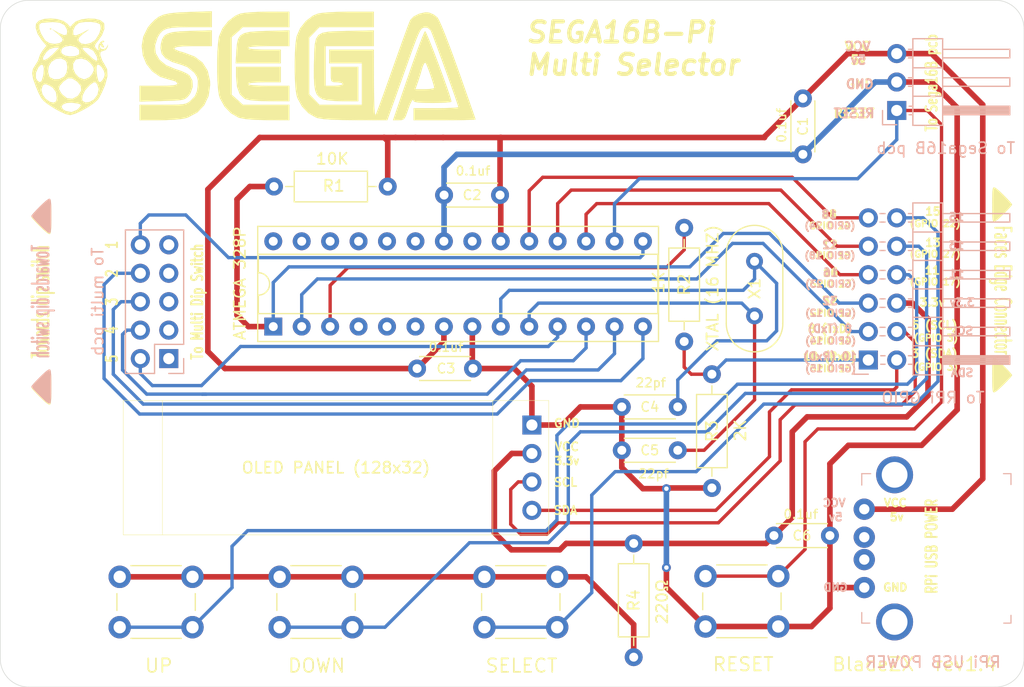
<source format=kicad_pcb>
(kicad_pcb (version 20171130) (host pcbnew "(5.1.9)-1")

  (general
    (thickness 1.6)
    (drawings 83)
    (tracks 273)
    (zones 0)
    (modules 29)
    (nets 1)
  )

  (page A4)
  (layers
    (0 F.Cu signal)
    (31 B.Cu signal)
    (32 B.Adhes user hide)
    (33 F.Adhes user hide)
    (34 B.Paste user hide)
    (35 F.Paste user hide)
    (36 B.SilkS user)
    (37 F.SilkS user)
    (38 B.Mask user hide)
    (39 F.Mask user hide)
    (40 Dwgs.User user hide)
    (41 Cmts.User user hide)
    (42 Eco1.User user hide)
    (43 Eco2.User user hide)
    (44 Edge.Cuts user)
    (45 Margin user hide)
    (46 B.CrtYd user)
    (47 F.CrtYd user)
    (48 B.Fab user hide)
    (49 F.Fab user hide)
  )

  (setup
    (last_trace_width 0.5)
    (user_trace_width 0.3)
    (user_trace_width 0.5)
    (trace_clearance 0.2)
    (zone_clearance 0.508)
    (zone_45_only no)
    (trace_min 0.2)
    (via_size 0.8)
    (via_drill 0.4)
    (via_min_size 0.4)
    (via_min_drill 0.3)
    (uvia_size 0.3)
    (uvia_drill 0.1)
    (uvias_allowed no)
    (uvia_min_size 0.2)
    (uvia_min_drill 0.1)
    (edge_width 0.05)
    (segment_width 0.2)
    (pcb_text_width 0.3)
    (pcb_text_size 1.5 1.5)
    (mod_edge_width 0.12)
    (mod_text_size 1 1)
    (mod_text_width 0.15)
    (pad_size 1.6 1.6)
    (pad_drill 0.8)
    (pad_to_mask_clearance 0)
    (aux_axis_origin 0 0)
    (visible_elements 7FFFFFFF)
    (pcbplotparams
      (layerselection 0x010fc_ffffffff)
      (usegerberextensions false)
      (usegerberattributes true)
      (usegerberadvancedattributes true)
      (creategerberjobfile true)
      (excludeedgelayer true)
      (linewidth 0.100000)
      (plotframeref false)
      (viasonmask false)
      (mode 1)
      (useauxorigin false)
      (hpglpennumber 1)
      (hpglpenspeed 20)
      (hpglpendiameter 15.000000)
      (psnegative false)
      (psa4output false)
      (plotreference true)
      (plotvalue true)
      (plotinvisibletext false)
      (padsonsilk false)
      (subtractmaskfromsilk false)
      (outputformat 1)
      (mirror false)
      (drillshape 1)
      (scaleselection 1)
      (outputdirectory ""))
  )

  (net 0 "")

  (net_class Default "This is the default net class."
    (clearance 0.2)
    (trace_width 0.25)
    (via_dia 0.8)
    (via_drill 0.4)
    (uvia_dia 0.3)
    (uvia_drill 0.1)
  )

  (module Capacitor_THT:C_Disc_D4.3mm_W1.9mm_P5.00mm (layer F.Cu) (tedit 5AE50EF0) (tstamp 605E2927)
    (at 123.6345 64.3255 180)
    (descr "C, Disc series, Radial, pin pitch=5.00mm, , diameter*width=4.3*1.9mm^2, Capacitor, http://www.vishay.com/docs/45233/krseries.pdf")
    (tags "C Disc series Radial pin pitch 5.00mm  diameter 4.3mm width 1.9mm Capacitor")
    (fp_text reference 0.1uf (at 2.6035 1.905) (layer F.SilkS)
      (effects (font (size 0.8 0.8) (thickness 0.13)))
    )
    (fp_text value C_Disc_D4.3mm_W1.9mm_P5.00mm (at 2.5 2.2) (layer F.Fab)
      (effects (font (size 1 1) (thickness 0.15)))
    )
    (fp_text user C6 (at 2.5 0) (layer F.SilkS)
      (effects (font (size 0.86 0.86) (thickness 0.129)))
    )
    (fp_line (start 0.35 -0.95) (end 0.35 0.95) (layer F.Fab) (width 0.1))
    (fp_line (start 0.35 0.95) (end 4.65 0.95) (layer F.Fab) (width 0.1))
    (fp_line (start 4.65 0.95) (end 4.65 -0.95) (layer F.Fab) (width 0.1))
    (fp_line (start 4.65 -0.95) (end 0.35 -0.95) (layer F.Fab) (width 0.1))
    (fp_line (start 0.23 -1.07) (end 4.77 -1.07) (layer F.SilkS) (width 0.12))
    (fp_line (start 0.23 1.07) (end 4.77 1.07) (layer F.SilkS) (width 0.12))
    (fp_line (start 0.23 -1.07) (end 0.23 -1.055) (layer F.SilkS) (width 0.12))
    (fp_line (start 0.23 1.055) (end 0.23 1.07) (layer F.SilkS) (width 0.12))
    (fp_line (start 4.77 -1.07) (end 4.77 -1.055) (layer F.SilkS) (width 0.12))
    (fp_line (start 4.77 1.055) (end 4.77 1.07) (layer F.SilkS) (width 0.12))
    (fp_line (start -1.05 -1.2) (end -1.05 1.2) (layer F.CrtYd) (width 0.05))
    (fp_line (start -1.05 1.2) (end 6.05 1.2) (layer F.CrtYd) (width 0.05))
    (fp_line (start 6.05 1.2) (end 6.05 -1.2) (layer F.CrtYd) (width 0.05))
    (fp_line (start 6.05 -1.2) (end -1.05 -1.2) (layer F.CrtYd) (width 0.05))
    (pad 2 thru_hole circle (at 5 0 180) (size 1.6 1.6) (drill 0.8) (layers *.Cu *.Mask))
    (pad 1 thru_hole circle (at 0 0 180) (size 1.6 1.6) (drill 0.8) (layers *.Cu *.Mask))
    (model ${KISYS3DMOD}/Capacitor_THT.3dshapes/C_Disc_D4.3mm_W1.9mm_P5.00mm.wrl
      (at (xyz 0 0 0))
      (scale (xyz 1 1 1))
      (rotate (xyz 0 0 0))
    )
  )

  (module Capacitor_THT:C_Disc_D4.3mm_W1.9mm_P5.00mm (layer F.Cu) (tedit 5AE50EF0) (tstamp 605E23FE)
    (at 121.2215 25.273 270)
    (descr "C, Disc series, Radial, pin pitch=5.00mm, , diameter*width=4.3*1.9mm^2, Capacitor, http://www.vishay.com/docs/45233/krseries.pdf")
    (tags "C Disc series Radial pin pitch 5.00mm  diameter 4.3mm width 1.9mm Capacitor")
    (fp_text reference 0.1uf (at 2.413 1.905 90) (layer F.SilkS)
      (effects (font (size 0.8 0.8) (thickness 0.13)))
    )
    (fp_text value C_Disc_D4.3mm_W1.9mm_P5.00mm (at 2.5 2.2 90) (layer F.Fab)
      (effects (font (size 1 1) (thickness 0.15)))
    )
    (fp_line (start 0.35 -0.95) (end 0.35 0.95) (layer F.Fab) (width 0.1))
    (fp_line (start 0.35 0.95) (end 4.65 0.95) (layer F.Fab) (width 0.1))
    (fp_line (start 4.65 0.95) (end 4.65 -0.95) (layer F.Fab) (width 0.1))
    (fp_line (start 4.65 -0.95) (end 0.35 -0.95) (layer F.Fab) (width 0.1))
    (fp_line (start 0.23 -1.07) (end 4.77 -1.07) (layer F.SilkS) (width 0.12))
    (fp_line (start 0.23 1.07) (end 4.77 1.07) (layer F.SilkS) (width 0.12))
    (fp_line (start 0.23 -1.07) (end 0.23 -1.055) (layer F.SilkS) (width 0.12))
    (fp_line (start 0.23 1.055) (end 0.23 1.07) (layer F.SilkS) (width 0.12))
    (fp_line (start 4.77 -1.07) (end 4.77 -1.055) (layer F.SilkS) (width 0.12))
    (fp_line (start 4.77 1.055) (end 4.77 1.07) (layer F.SilkS) (width 0.12))
    (fp_line (start -1.05 -1.2) (end -1.05 1.2) (layer F.CrtYd) (width 0.05))
    (fp_line (start -1.05 1.2) (end 6.05 1.2) (layer F.CrtYd) (width 0.05))
    (fp_line (start 6.05 1.2) (end 6.05 -1.2) (layer F.CrtYd) (width 0.05))
    (fp_line (start 6.05 -1.2) (end -1.05 -1.2) (layer F.CrtYd) (width 0.05))
    (fp_text user C1 (at 2.5 0 90) (layer F.SilkS)
      (effects (font (size 0.86 0.86) (thickness 0.129)))
    )
    (pad 2 thru_hole circle (at 5 0 270) (size 1.6 1.6) (drill 0.8) (layers *.Cu *.Mask))
    (pad 1 thru_hole circle (at 0 0 270) (size 1.6 1.6) (drill 0.8) (layers *.Cu *.Mask))
    (model ${KISYS3DMOD}/Capacitor_THT.3dshapes/C_Disc_D4.3mm_W1.9mm_P5.00mm.wrl
      (at (xyz 0 0 0))
      (scale (xyz 1 1 1))
      (rotate (xyz 0 0 0))
    )
  )

  (module Capacitor_THT:C_Disc_D4.3mm_W1.9mm_P5.00mm (layer F.Cu) (tedit 5AE50EF0) (tstamp 605E1BCF)
    (at 91.7575 49.403 180)
    (descr "C, Disc series, Radial, pin pitch=5.00mm, , diameter*width=4.3*1.9mm^2, Capacitor, http://www.vishay.com/docs/45233/krseries.pdf")
    (tags "C Disc series Radial pin pitch 5.00mm  diameter 4.3mm width 1.9mm Capacitor")
    (fp_text reference 0.1uf (at 2.413 1.905) (layer F.SilkS)
      (effects (font (size 0.8 0.8) (thickness 0.13)))
    )
    (fp_text value C_Disc_D4.3mm_W1.9mm_P5.00mm (at 2.5 2.2) (layer F.Fab)
      (effects (font (size 1 1) (thickness 0.15)))
    )
    (fp_text user C3 (at 2.413 0) (layer F.SilkS)
      (effects (font (size 0.86 0.86) (thickness 0.129)))
    )
    (fp_line (start 6.05 -1.2) (end -1.05 -1.2) (layer F.CrtYd) (width 0.05))
    (fp_line (start 6.05 1.2) (end 6.05 -1.2) (layer F.CrtYd) (width 0.05))
    (fp_line (start -1.05 1.2) (end 6.05 1.2) (layer F.CrtYd) (width 0.05))
    (fp_line (start -1.05 -1.2) (end -1.05 1.2) (layer F.CrtYd) (width 0.05))
    (fp_line (start 4.77 1.055) (end 4.77 1.07) (layer F.SilkS) (width 0.12))
    (fp_line (start 4.77 -1.07) (end 4.77 -1.055) (layer F.SilkS) (width 0.12))
    (fp_line (start 0.23 1.055) (end 0.23 1.07) (layer F.SilkS) (width 0.12))
    (fp_line (start 0.23 -1.07) (end 0.23 -1.055) (layer F.SilkS) (width 0.12))
    (fp_line (start 0.23 1.07) (end 4.77 1.07) (layer F.SilkS) (width 0.12))
    (fp_line (start 0.23 -1.07) (end 4.77 -1.07) (layer F.SilkS) (width 0.12))
    (fp_line (start 4.65 -0.95) (end 0.35 -0.95) (layer F.Fab) (width 0.1))
    (fp_line (start 4.65 0.95) (end 4.65 -0.95) (layer F.Fab) (width 0.1))
    (fp_line (start 0.35 0.95) (end 4.65 0.95) (layer F.Fab) (width 0.1))
    (fp_line (start 0.35 -0.95) (end 0.35 0.95) (layer F.Fab) (width 0.1))
    (pad 1 thru_hole circle (at 0 0 180) (size 1.6 1.6) (drill 0.8) (layers *.Cu *.Mask))
    (pad 2 thru_hole circle (at 5 0 180) (size 1.6 1.6) (drill 0.8) (layers *.Cu *.Mask))
    (model ${KISYS3DMOD}/Capacitor_THT.3dshapes/C_Disc_D4.3mm_W1.9mm_P5.00mm.wrl
      (at (xyz 0 0 0))
      (scale (xyz 1 1 1))
      (rotate (xyz 0 0 0))
    )
  )

  (module Capacitor_THT:C_Disc_D4.3mm_W1.9mm_P5.00mm (layer F.Cu) (tedit 5AE50EF0) (tstamp 605DC9F2)
    (at 94.1705 33.909 180)
    (descr "C, Disc series, Radial, pin pitch=5.00mm, , diameter*width=4.3*1.9mm^2, Capacitor, http://www.vishay.com/docs/45233/krseries.pdf")
    (tags "C Disc series Radial pin pitch 5.00mm  diameter 4.3mm width 1.9mm Capacitor")
    (fp_text reference 0.1uf (at 2.413 2.159) (layer F.SilkS)
      (effects (font (size 0.8 0.8) (thickness 0.13)))
    )
    (fp_text value C_Disc_D4.3mm_W1.9mm_P5.00mm (at 2.5 2.2) (layer F.Fab)
      (effects (font (size 1 1) (thickness 0.15)))
    )
    (fp_text user C2 (at 2.5 0) (layer F.SilkS)
      (effects (font (size 0.86 0.86) (thickness 0.129)))
    )
    (fp_line (start 6.05 -1.2) (end -1.05 -1.2) (layer F.CrtYd) (width 0.05))
    (fp_line (start 6.05 1.2) (end 6.05 -1.2) (layer F.CrtYd) (width 0.05))
    (fp_line (start -1.05 1.2) (end 6.05 1.2) (layer F.CrtYd) (width 0.05))
    (fp_line (start -1.05 -1.2) (end -1.05 1.2) (layer F.CrtYd) (width 0.05))
    (fp_line (start 4.77 1.055) (end 4.77 1.07) (layer F.SilkS) (width 0.12))
    (fp_line (start 4.77 -1.07) (end 4.77 -1.055) (layer F.SilkS) (width 0.12))
    (fp_line (start 0.23 1.055) (end 0.23 1.07) (layer F.SilkS) (width 0.12))
    (fp_line (start 0.23 -1.07) (end 0.23 -1.055) (layer F.SilkS) (width 0.12))
    (fp_line (start 0.23 1.07) (end 4.77 1.07) (layer F.SilkS) (width 0.12))
    (fp_line (start 0.23 -1.07) (end 4.77 -1.07) (layer F.SilkS) (width 0.12))
    (fp_line (start 4.65 -0.95) (end 0.35 -0.95) (layer F.Fab) (width 0.1))
    (fp_line (start 4.65 0.95) (end 4.65 -0.95) (layer F.Fab) (width 0.1))
    (fp_line (start 0.35 0.95) (end 4.65 0.95) (layer F.Fab) (width 0.1))
    (fp_line (start 0.35 -0.95) (end 0.35 0.95) (layer F.Fab) (width 0.1))
    (pad 1 thru_hole circle (at 0 0 180) (size 1.6 1.6) (drill 0.8) (layers *.Cu *.Mask))
    (pad 2 thru_hole circle (at 5 0 180) (size 1.6 1.6) (drill 0.8) (layers *.Cu *.Mask))
    (model ${KISYS3DMOD}/Capacitor_THT.3dshapes/C_Disc_D4.3mm_W1.9mm_P5.00mm.wrl
      (at (xyz 0 0 0))
      (scale (xyz 1 1 1))
      (rotate (xyz 0 0 0))
    )
  )

  (module Resistor_THT:R_Axial_DIN0207_L6.3mm_D2.5mm_P10.16mm_Horizontal (layer F.Cu) (tedit 5AE5139B) (tstamp 605B827E)
    (at 110.617 46.99 90)
    (descr "Resistor, Axial_DIN0207 series, Axial, Horizontal, pin pitch=10.16mm, 0.25W = 1/4W, length*diameter=6.3*2.5mm^2, http://cdn-reichelt.de/documents/datenblatt/B400/1_4W%23YAG.pdf")
    (tags "Resistor Axial_DIN0207 series Axial Horizontal pin pitch 10.16mm 0.25W = 1/4W length 6.3mm diameter 2.5mm")
    (fp_text reference 1K (at 5.2705 -2.286 90) (layer F.SilkS)
      (effects (font (size 1 1) (thickness 0.15)))
    )
    (fp_text value R2 (at 5.08 0 90) (layer F.SilkS)
      (effects (font (size 1 1) (thickness 0.15)))
    )
    (fp_line (start 11.21 -1.5) (end -1.05 -1.5) (layer F.CrtYd) (width 0.05))
    (fp_line (start 11.21 1.5) (end 11.21 -1.5) (layer F.CrtYd) (width 0.05))
    (fp_line (start -1.05 1.5) (end 11.21 1.5) (layer F.CrtYd) (width 0.05))
    (fp_line (start -1.05 -1.5) (end -1.05 1.5) (layer F.CrtYd) (width 0.05))
    (fp_line (start 9.12 0) (end 8.35 0) (layer F.SilkS) (width 0.12))
    (fp_line (start 1.04 0) (end 1.81 0) (layer F.SilkS) (width 0.12))
    (fp_line (start 8.35 -1.37) (end 1.81 -1.37) (layer F.SilkS) (width 0.12))
    (fp_line (start 8.35 1.37) (end 8.35 -1.37) (layer F.SilkS) (width 0.12))
    (fp_line (start 1.81 1.37) (end 8.35 1.37) (layer F.SilkS) (width 0.12))
    (fp_line (start 1.81 -1.37) (end 1.81 1.37) (layer F.SilkS) (width 0.12))
    (fp_line (start 10.16 0) (end 8.23 0) (layer F.Fab) (width 0.1))
    (fp_line (start 0 0) (end 1.93 0) (layer F.Fab) (width 0.1))
    (fp_line (start 8.23 -1.25) (end 1.93 -1.25) (layer F.Fab) (width 0.1))
    (fp_line (start 8.23 1.25) (end 8.23 -1.25) (layer F.Fab) (width 0.1))
    (fp_line (start 1.93 1.25) (end 8.23 1.25) (layer F.Fab) (width 0.1))
    (fp_line (start 1.93 -1.25) (end 1.93 1.25) (layer F.Fab) (width 0.1))
    (fp_text user %R (at 5.08 0 90) (layer F.Fab) hide
      (effects (font (size 1 1) (thickness 0.15)))
    )
    (pad 2 thru_hole oval (at 10.16 0 90) (size 1.6 1.6) (drill 0.8) (layers *.Cu *.Mask))
    (pad 1 thru_hole circle (at 0 0 90) (size 1.6 1.6) (drill 0.8) (layers *.Cu *.Mask))
    (model ${KISYS3DMOD}/Resistor_THT.3dshapes/R_Axial_DIN0207_L6.3mm_D2.5mm_P10.16mm_Horizontal.wrl
      (at (xyz 0 0 0))
      (scale (xyz 1 1 1))
      (rotate (xyz 0 0 0))
    )
  )

  (module Resistor_THT:R_Axial_DIN0207_L6.3mm_D2.5mm_P10.16mm_Horizontal (layer F.Cu) (tedit 5AE5139B) (tstamp 605B644F)
    (at 113.0935 49.911 270)
    (descr "Resistor, Axial_DIN0207 series, Axial, Horizontal, pin pitch=10.16mm, 0.25W = 1/4W, length*diameter=6.3*2.5mm^2, http://cdn-reichelt.de/documents/datenblatt/B400/1_4W%23YAG.pdf")
    (tags "Resistor Axial_DIN0207 series Axial Horizontal pin pitch 10.16mm 0.25W = 1/4W length 6.3mm diameter 2.5mm")
    (fp_text reference 2K (at 5.0165 -2.54 90) (layer F.SilkS)
      (effects (font (size 1 1) (thickness 0.15)))
    )
    (fp_text value R3 (at 5.08 0 90) (layer F.SilkS)
      (effects (font (size 1 1) (thickness 0.15)))
    )
    (fp_line (start 1.93 -1.25) (end 1.93 1.25) (layer F.Fab) (width 0.1))
    (fp_line (start 1.93 1.25) (end 8.23 1.25) (layer F.Fab) (width 0.1))
    (fp_line (start 8.23 1.25) (end 8.23 -1.25) (layer F.Fab) (width 0.1))
    (fp_line (start 8.23 -1.25) (end 1.93 -1.25) (layer F.Fab) (width 0.1))
    (fp_line (start 0 0) (end 1.93 0) (layer F.Fab) (width 0.1))
    (fp_line (start 10.16 0) (end 8.23 0) (layer F.Fab) (width 0.1))
    (fp_line (start 1.81 -1.37) (end 1.81 1.37) (layer F.SilkS) (width 0.12))
    (fp_line (start 1.81 1.37) (end 8.35 1.37) (layer F.SilkS) (width 0.12))
    (fp_line (start 8.35 1.37) (end 8.35 -1.37) (layer F.SilkS) (width 0.12))
    (fp_line (start 8.35 -1.37) (end 1.81 -1.37) (layer F.SilkS) (width 0.12))
    (fp_line (start 1.04 0) (end 1.81 0) (layer F.SilkS) (width 0.12))
    (fp_line (start 9.12 0) (end 8.35 0) (layer F.SilkS) (width 0.12))
    (fp_line (start -1.05 -1.5) (end -1.05 1.5) (layer F.CrtYd) (width 0.05))
    (fp_line (start -1.05 1.5) (end 11.21 1.5) (layer F.CrtYd) (width 0.05))
    (fp_line (start 11.21 1.5) (end 11.21 -1.5) (layer F.CrtYd) (width 0.05))
    (fp_line (start 11.21 -1.5) (end -1.05 -1.5) (layer F.CrtYd) (width 0.05))
    (fp_text user %R (at 5.08 0 90) (layer F.Fab) hide
      (effects (font (size 1 1) (thickness 0.15)))
    )
    (pad 1 thru_hole circle (at 0 0 270) (size 1.6 1.6) (drill 0.8) (layers *.Cu *.Mask))
    (pad 2 thru_hole oval (at 10.16 0 270) (size 1.6 1.6) (drill 0.8) (layers *.Cu *.Mask))
    (model ${KISYS3DMOD}/Resistor_THT.3dshapes/R_Axial_DIN0207_L6.3mm_D2.5mm_P10.16mm_Horizontal.wrl
      (at (xyz 0 0 0))
      (scale (xyz 1 1 1))
      (rotate (xyz 0 0 0))
    )
  )

  (module sega16:arrow (layer F.Cu) (tedit 0) (tstamp 6054ECB1)
    (at 139.065 50.038 270)
    (fp_text reference G*** (at 0 0 90) (layer B.SilkS) hide
      (effects (font (size 1.524 1.524) (thickness 0.3)) (justify mirror))
    )
    (fp_text value LOGO (at 0.75 0 90) (layer B.SilkS) hide
      (effects (font (size 1.524 1.524) (thickness 0.3)) (justify mirror))
    )
    (fp_poly (pts (xy 0.047867 -0.789726) (xy 0.230233 -0.634304) (xy 0.479069 -0.403503) (xy 0.768679 -0.120426)
      (xy 0.796868 -0.092167) (xy 1.149905 0.275089) (xy 1.378094 0.543183) (xy 1.487716 0.720097)
      (xy 1.49626 0.796833) (xy 1.457289 0.845973) (xy 1.368299 0.88172) (xy 1.206122 0.906101)
      (xy 0.947591 0.921141) (xy 0.569537 0.928866) (xy 0.048792 0.931299) (xy -0.042333 0.931333)
      (xy -0.586297 0.929514) (xy -0.984121 0.922705) (xy -1.258975 0.908882) (xy -1.434025 0.88602)
      (xy -1.53244 0.852092) (xy -1.577389 0.805075) (xy -1.580927 0.796833) (xy -1.554748 0.682067)
      (xy -1.414634 0.482009) (xy -1.154306 0.188678) (xy -0.881535 -0.092167) (xy -0.589431 -0.378943)
      (xy -0.335703 -0.615599) (xy -0.146048 -0.779033) (xy -0.04616 -0.846141) (xy -0.042333 -0.846667)
      (xy 0.047867 -0.789726)) (layer F.SilkS) (width 0.01))
  )

  (module sega16:arrow (layer F.Cu) (tedit 0) (tstamp 6054ECAC)
    (at 139.065 34.798 270)
    (fp_text reference G*** (at 0 0 90) (layer B.SilkS) hide
      (effects (font (size 1.524 1.524) (thickness 0.3)) (justify mirror))
    )
    (fp_text value LOGO (at 0.75 0 90) (layer B.SilkS) hide
      (effects (font (size 1.524 1.524) (thickness 0.3)) (justify mirror))
    )
    (fp_poly (pts (xy 0.047867 -0.789726) (xy 0.230233 -0.634304) (xy 0.479069 -0.403503) (xy 0.768679 -0.120426)
      (xy 0.796868 -0.092167) (xy 1.149905 0.275089) (xy 1.378094 0.543183) (xy 1.487716 0.720097)
      (xy 1.49626 0.796833) (xy 1.457289 0.845973) (xy 1.368299 0.88172) (xy 1.206122 0.906101)
      (xy 0.947591 0.921141) (xy 0.569537 0.928866) (xy 0.048792 0.931299) (xy -0.042333 0.931333)
      (xy -0.586297 0.929514) (xy -0.984121 0.922705) (xy -1.258975 0.908882) (xy -1.434025 0.88602)
      (xy -1.53244 0.852092) (xy -1.577389 0.805075) (xy -1.580927 0.796833) (xy -1.554748 0.682067)
      (xy -1.414634 0.482009) (xy -1.154306 0.188678) (xy -0.881535 -0.092167) (xy -0.589431 -0.378943)
      (xy -0.335703 -0.615599) (xy -0.146048 -0.779033) (xy -0.04616 -0.846141) (xy -0.042333 -0.846667)
      (xy 0.047867 -0.789726)) (layer F.SilkS) (width 0.01))
  )

  (module Capacitor_THT:C_Disc_D4.3mm_W1.9mm_P5.00mm (layer F.Cu) (tedit 5AE50EF0) (tstamp 6054C9D8)
    (at 110.0455 56.7055 180)
    (descr "C, Disc series, Radial, pin pitch=5.00mm, , diameter*width=4.3*1.9mm^2, Capacitor, http://www.vishay.com/docs/45233/krseries.pdf")
    (tags "C Disc series Radial pin pitch 5.00mm  diameter 4.3mm width 1.9mm Capacitor")
    (fp_text reference 22pf (at 2.159 -2.0955) (layer F.SilkS)
      (effects (font (size 0.8 0.8) (thickness 0.13)))
    )
    (fp_text value C_Disc_D4.3mm_W1.9mm_P5.00mm (at 2.5 2.2) (layer F.Fab)
      (effects (font (size 1 1) (thickness 0.15)))
    )
    (fp_line (start 6.05 -1.2) (end -1.05 -1.2) (layer F.CrtYd) (width 0.05))
    (fp_line (start 6.05 1.2) (end 6.05 -1.2) (layer F.CrtYd) (width 0.05))
    (fp_line (start -1.05 1.2) (end 6.05 1.2) (layer F.CrtYd) (width 0.05))
    (fp_line (start -1.05 -1.2) (end -1.05 1.2) (layer F.CrtYd) (width 0.05))
    (fp_line (start 4.77 1.055) (end 4.77 1.07) (layer F.SilkS) (width 0.12))
    (fp_line (start 4.77 -1.07) (end 4.77 -1.055) (layer F.SilkS) (width 0.12))
    (fp_line (start 0.23 1.055) (end 0.23 1.07) (layer F.SilkS) (width 0.12))
    (fp_line (start 0.23 -1.07) (end 0.23 -1.055) (layer F.SilkS) (width 0.12))
    (fp_line (start 0.23 1.07) (end 4.77 1.07) (layer F.SilkS) (width 0.12))
    (fp_line (start 0.23 -1.07) (end 4.77 -1.07) (layer F.SilkS) (width 0.12))
    (fp_line (start 4.65 -0.95) (end 0.35 -0.95) (layer F.Fab) (width 0.1))
    (fp_line (start 4.65 0.95) (end 4.65 -0.95) (layer F.Fab) (width 0.1))
    (fp_line (start 0.35 0.95) (end 4.65 0.95) (layer F.Fab) (width 0.1))
    (fp_line (start 0.35 -0.95) (end 0.35 0.95) (layer F.Fab) (width 0.1))
    (fp_text user C5 (at 2.5 0) (layer F.SilkS)
      (effects (font (size 0.86 0.86) (thickness 0.129)))
    )
    (pad 1 thru_hole circle (at 0 0 180) (size 1.6 1.6) (drill 0.8) (layers *.Cu *.Mask))
    (pad 2 thru_hole circle (at 5 0 180) (size 1.6 1.6) (drill 0.8) (layers *.Cu *.Mask))
    (model ${KISYS3DMOD}/Capacitor_THT.3dshapes/C_Disc_D4.3mm_W1.9mm_P5.00mm.wrl
      (at (xyz 0 0 0))
      (scale (xyz 1 1 1))
      (rotate (xyz 0 0 0))
    )
  )

  (module Capacitor_THT:C_Disc_D4.3mm_W1.9mm_P5.00mm (layer F.Cu) (tedit 5AE50EF0) (tstamp 6054C985)
    (at 110.0455 52.832 180)
    (descr "C, Disc series, Radial, pin pitch=5.00mm, , diameter*width=4.3*1.9mm^2, Capacitor, http://www.vishay.com/docs/45233/krseries.pdf")
    (tags "C Disc series Radial pin pitch 5.00mm  diameter 4.3mm width 1.9mm Capacitor")
    (fp_text reference 22pf (at 2.413 2.159) (layer F.SilkS)
      (effects (font (size 0.8 0.8) (thickness 0.13)))
    )
    (fp_text value C_Disc_D4.3mm_W1.9mm_P5.00mm (at 2.5 2.2) (layer F.Fab)
      (effects (font (size 1 1) (thickness 0.15)))
    )
    (fp_line (start 0.35 -0.95) (end 0.35 0.95) (layer F.Fab) (width 0.1))
    (fp_line (start 0.35 0.95) (end 4.65 0.95) (layer F.Fab) (width 0.1))
    (fp_line (start 4.65 0.95) (end 4.65 -0.95) (layer F.Fab) (width 0.1))
    (fp_line (start 4.65 -0.95) (end 0.35 -0.95) (layer F.Fab) (width 0.1))
    (fp_line (start 0.23 -1.07) (end 4.77 -1.07) (layer F.SilkS) (width 0.12))
    (fp_line (start 0.23 1.07) (end 4.77 1.07) (layer F.SilkS) (width 0.12))
    (fp_line (start 0.23 -1.07) (end 0.23 -1.055) (layer F.SilkS) (width 0.12))
    (fp_line (start 0.23 1.055) (end 0.23 1.07) (layer F.SilkS) (width 0.12))
    (fp_line (start 4.77 -1.07) (end 4.77 -1.055) (layer F.SilkS) (width 0.12))
    (fp_line (start 4.77 1.055) (end 4.77 1.07) (layer F.SilkS) (width 0.12))
    (fp_line (start -1.05 -1.2) (end -1.05 1.2) (layer F.CrtYd) (width 0.05))
    (fp_line (start -1.05 1.2) (end 6.05 1.2) (layer F.CrtYd) (width 0.05))
    (fp_line (start 6.05 1.2) (end 6.05 -1.2) (layer F.CrtYd) (width 0.05))
    (fp_line (start 6.05 -1.2) (end -1.05 -1.2) (layer F.CrtYd) (width 0.05))
    (fp_text user C4 (at 2.5 0) (layer F.SilkS)
      (effects (font (size 0.86 0.86) (thickness 0.129)))
    )
    (pad 2 thru_hole circle (at 5 0 180) (size 1.6 1.6) (drill 0.8) (layers *.Cu *.Mask))
    (pad 1 thru_hole circle (at 0 0 180) (size 1.6 1.6) (drill 0.8) (layers *.Cu *.Mask))
    (model ${KISYS3DMOD}/Capacitor_THT.3dshapes/C_Disc_D4.3mm_W1.9mm_P5.00mm.wrl
      (at (xyz 0 0 0))
      (scale (xyz 1 1 1))
      (rotate (xyz 0 0 0))
    )
  )

  (module sega16:arrow (layer F.Cu) (tedit 0) (tstamp 6054A352)
    (at 53.1495 51.054 90)
    (fp_text reference G*** (at 0 0 90) (layer B.SilkS) hide
      (effects (font (size 1.524 1.524) (thickness 0.3)) (justify mirror))
    )
    (fp_text value LOGO (at 0.75 0 90) (layer B.SilkS) hide
      (effects (font (size 1.524 1.524) (thickness 0.3)) (justify mirror))
    )
    (fp_poly (pts (xy 0.047867 -0.789726) (xy 0.230233 -0.634304) (xy 0.479069 -0.403503) (xy 0.768679 -0.120426)
      (xy 0.796868 -0.092167) (xy 1.149905 0.275089) (xy 1.378094 0.543183) (xy 1.487716 0.720097)
      (xy 1.49626 0.796833) (xy 1.457289 0.845973) (xy 1.368299 0.88172) (xy 1.206122 0.906101)
      (xy 0.947591 0.921141) (xy 0.569537 0.928866) (xy 0.048792 0.931299) (xy -0.042333 0.931333)
      (xy -0.586297 0.929514) (xy -0.984121 0.922705) (xy -1.258975 0.908882) (xy -1.434025 0.88602)
      (xy -1.53244 0.852092) (xy -1.577389 0.805075) (xy -1.580927 0.796833) (xy -1.554748 0.682067)
      (xy -1.414634 0.482009) (xy -1.154306 0.188678) (xy -0.881535 -0.092167) (xy -0.589431 -0.378943)
      (xy -0.335703 -0.615599) (xy -0.146048 -0.779033) (xy -0.04616 -0.846141) (xy -0.042333 -0.846667)
      (xy 0.047867 -0.789726)) (layer F.SilkS) (width 0.01))
  )

  (module sega16:arrow (layer F.Cu) (tedit 0) (tstamp 6054A33C)
    (at 53.1495 35.814 90)
    (fp_text reference G*** (at 0 0 90) (layer B.SilkS) hide
      (effects (font (size 1.524 1.524) (thickness 0.3)) (justify mirror))
    )
    (fp_text value LOGO (at 0.75 0 90) (layer B.SilkS) hide
      (effects (font (size 1.524 1.524) (thickness 0.3)) (justify mirror))
    )
    (fp_poly (pts (xy 0.047867 -0.789726) (xy 0.230233 -0.634304) (xy 0.479069 -0.403503) (xy 0.768679 -0.120426)
      (xy 0.796868 -0.092167) (xy 1.149905 0.275089) (xy 1.378094 0.543183) (xy 1.487716 0.720097)
      (xy 1.49626 0.796833) (xy 1.457289 0.845973) (xy 1.368299 0.88172) (xy 1.206122 0.906101)
      (xy 0.947591 0.921141) (xy 0.569537 0.928866) (xy 0.048792 0.931299) (xy -0.042333 0.931333)
      (xy -0.586297 0.929514) (xy -0.984121 0.922705) (xy -1.258975 0.908882) (xy -1.434025 0.88602)
      (xy -1.53244 0.852092) (xy -1.577389 0.805075) (xy -1.580927 0.796833) (xy -1.554748 0.682067)
      (xy -1.414634 0.482009) (xy -1.154306 0.188678) (xy -0.881535 -0.092167) (xy -0.589431 -0.378943)
      (xy -0.335703 -0.615599) (xy -0.146048 -0.779033) (xy -0.04616 -0.846141) (xy -0.042333 -0.846667)
      (xy 0.047867 -0.789726)) (layer F.SilkS) (width 0.01))
  )

  (module Package_DIP:DIP-28_W7.62mm_Socket (layer F.Cu) (tedit 5A02E8C5) (tstamp 6053E37C)
    (at 73.914 45.6565 90)
    (descr "28-lead though-hole mounted DIP package, row spacing 7.62 mm (300 mils), Socket")
    (tags "THT DIP DIL PDIP 2.54mm 7.62mm 300mil Socket")
    (fp_text reference "ATMEGA 328P" (at 3.8735 -2.9845 270) (layer F.SilkS)
      (effects (font (size 1 1) (thickness 0.15)))
    )
    (fp_text value DIP-28_W7.62mm_Socket (at 3.81 35.35 90) (layer F.Fab) hide
      (effects (font (size 1 1) (thickness 0.15)))
    )
    (fp_line (start 1.635 -1.27) (end 6.985 -1.27) (layer F.Fab) (width 0.1))
    (fp_line (start 6.985 -1.27) (end 6.985 34.29) (layer F.Fab) (width 0.1))
    (fp_line (start 6.985 34.29) (end 0.635 34.29) (layer F.Fab) (width 0.1))
    (fp_line (start 0.635 34.29) (end 0.635 -0.27) (layer F.Fab) (width 0.1))
    (fp_line (start 0.635 -0.27) (end 1.635 -1.27) (layer F.Fab) (width 0.1))
    (fp_line (start -1.27 -1.33) (end -1.27 34.35) (layer F.Fab) (width 0.1))
    (fp_line (start -1.27 34.35) (end 8.89 34.35) (layer F.Fab) (width 0.1))
    (fp_line (start 8.89 34.35) (end 8.89 -1.33) (layer F.Fab) (width 0.1))
    (fp_line (start 8.89 -1.33) (end -1.27 -1.33) (layer F.Fab) (width 0.1))
    (fp_line (start 2.81 -1.33) (end 1.16 -1.33) (layer F.SilkS) (width 0.12))
    (fp_line (start 1.16 -1.33) (end 1.16 34.35) (layer F.SilkS) (width 0.12))
    (fp_line (start 1.16 34.35) (end 6.46 34.35) (layer F.SilkS) (width 0.12))
    (fp_line (start 6.46 34.35) (end 6.46 -1.33) (layer F.SilkS) (width 0.12))
    (fp_line (start 6.46 -1.33) (end 4.81 -1.33) (layer F.SilkS) (width 0.12))
    (fp_line (start -1.33 -1.39) (end -1.33 34.41) (layer F.SilkS) (width 0.12))
    (fp_line (start -1.33 34.41) (end 8.95 34.41) (layer F.SilkS) (width 0.12))
    (fp_line (start 8.95 34.41) (end 8.95 -1.39) (layer F.SilkS) (width 0.12))
    (fp_line (start 8.95 -1.39) (end -1.33 -1.39) (layer F.SilkS) (width 0.12))
    (fp_line (start -1.55 -1.6) (end -1.55 34.65) (layer F.CrtYd) (width 0.05))
    (fp_line (start -1.55 34.65) (end 9.15 34.65) (layer F.CrtYd) (width 0.05))
    (fp_line (start 9.15 34.65) (end 9.15 -1.6) (layer F.CrtYd) (width 0.05))
    (fp_line (start 9.15 -1.6) (end -1.55 -1.6) (layer F.CrtYd) (width 0.05))
    (fp_text user %R (at 3.81 16.51 90) (layer F.Fab) hide
      (effects (font (size 1 1) (thickness 0.15)))
    )
    (fp_arc (start 3.81 -1.33) (end 2.81 -1.33) (angle -180) (layer F.SilkS) (width 0.12))
    (pad 28 thru_hole oval (at 7.62 0 90) (size 1.6 1.6) (drill 0.8) (layers *.Cu *.Mask))
    (pad 14 thru_hole oval (at 0 33.02 90) (size 1.6 1.6) (drill 0.8) (layers *.Cu *.Mask))
    (pad 27 thru_hole oval (at 7.62 2.54 90) (size 1.6 1.6) (drill 0.8) (layers *.Cu *.Mask))
    (pad 13 thru_hole oval (at 0 30.48 90) (size 1.6 1.6) (drill 0.8) (layers *.Cu *.Mask))
    (pad 26 thru_hole oval (at 7.62 5.08 90) (size 1.6 1.6) (drill 0.8) (layers *.Cu *.Mask))
    (pad 12 thru_hole oval (at 0 27.94 90) (size 1.6 1.6) (drill 0.8) (layers *.Cu *.Mask))
    (pad 25 thru_hole oval (at 7.62 7.62 90) (size 1.6 1.6) (drill 0.8) (layers *.Cu *.Mask))
    (pad 11 thru_hole oval (at 0 25.4 90) (size 1.6 1.6) (drill 0.8) (layers *.Cu *.Mask))
    (pad 24 thru_hole oval (at 7.62 10.16 90) (size 1.6 1.6) (drill 0.8) (layers *.Cu *.Mask))
    (pad 10 thru_hole oval (at 0 22.86 90) (size 1.6 1.6) (drill 0.8) (layers *.Cu *.Mask))
    (pad 23 thru_hole oval (at 7.62 12.7 90) (size 1.6 1.6) (drill 0.8) (layers *.Cu *.Mask))
    (pad 9 thru_hole oval (at 0 20.32 90) (size 1.6 1.6) (drill 0.8) (layers *.Cu *.Mask))
    (pad 22 thru_hole oval (at 7.62 15.24 90) (size 1.6 1.6) (drill 0.8) (layers *.Cu *.Mask))
    (pad 8 thru_hole oval (at 0 17.78 90) (size 1.6 1.6) (drill 0.8) (layers *.Cu *.Mask))
    (pad 21 thru_hole oval (at 7.62 17.78 90) (size 1.6 1.6) (drill 0.8) (layers *.Cu *.Mask))
    (pad 7 thru_hole oval (at 0 15.24 90) (size 1.6 1.6) (drill 0.8) (layers *.Cu *.Mask))
    (pad 20 thru_hole oval (at 7.62 20.32 90) (size 1.6 1.6) (drill 0.8) (layers *.Cu *.Mask))
    (pad 6 thru_hole oval (at 0 12.7 90) (size 1.6 1.6) (drill 0.8) (layers *.Cu *.Mask))
    (pad 19 thru_hole oval (at 7.62 22.86 90) (size 1.6 1.6) (drill 0.8) (layers *.Cu *.Mask))
    (pad 5 thru_hole oval (at 0 10.16 90) (size 1.6 1.6) (drill 0.8) (layers *.Cu *.Mask))
    (pad 18 thru_hole oval (at 7.62 25.4 90) (size 1.6 1.6) (drill 0.8) (layers *.Cu *.Mask))
    (pad 4 thru_hole oval (at 0 7.62 90) (size 1.6 1.6) (drill 0.8) (layers *.Cu *.Mask))
    (pad 17 thru_hole oval (at 7.62 27.94 90) (size 1.6 1.6) (drill 0.8) (layers *.Cu *.Mask))
    (pad 3 thru_hole oval (at 0 5.08 90) (size 1.6 1.6) (drill 0.8) (layers *.Cu *.Mask))
    (pad 16 thru_hole oval (at 7.62 30.48 90) (size 1.6 1.6) (drill 0.8) (layers *.Cu *.Mask))
    (pad 2 thru_hole oval (at 0 2.54 90) (size 1.6 1.6) (drill 0.8) (layers *.Cu *.Mask))
    (pad 15 thru_hole oval (at 7.62 33.02 90) (size 1.6 1.6) (drill 0.8) (layers *.Cu *.Mask))
    (pad 1 thru_hole rect (at 0 0 90) (size 1.6 1.6) (drill 0.8) (layers *.Cu *.Mask))
    (model ${KISYS3DMOD}/Package_DIP.3dshapes/DIP-28_W7.62mm_Socket.wrl
      (at (xyz 0 0 0))
      (scale (xyz 1 1 1))
      (rotate (xyz 0 0 0))
    )
  )

  (module Connector_PinHeader_2.54mm:PinHeader_2x06_P2.54mm_Horizontal (layer B.Cu) (tedit 59FED5CB) (tstamp 60548DB0)
    (at 127.0635 48.641)
    (descr "Through hole angled pin header, 2x06, 2.54mm pitch, 6mm pin length, double rows")
    (tags "Through hole angled pin header THT 2x06 2.54mm double row")
    (fp_text reference "To RPi GPIO" (at 5.7785 3.3655 180) (layer B.SilkS)
      (effects (font (size 1 1) (thickness 0.15)) (justify mirror))
    )
    (fp_text value PinHeader_2x06_P2.54mm_Horizontal (at 5.655 -14.97) (layer B.Fab)
      (effects (font (size 1 1) (thickness 0.15)) (justify mirror))
    )
    (fp_line (start 4.675 1.27) (end 6.58 1.27) (layer B.Fab) (width 0.1))
    (fp_line (start 6.58 1.27) (end 6.58 -13.97) (layer B.Fab) (width 0.1))
    (fp_line (start 6.58 -13.97) (end 4.04 -13.97) (layer B.Fab) (width 0.1))
    (fp_line (start 4.04 -13.97) (end 4.04 0.635) (layer B.Fab) (width 0.1))
    (fp_line (start 4.04 0.635) (end 4.675 1.27) (layer B.Fab) (width 0.1))
    (fp_line (start -0.32 0.32) (end 4.04 0.32) (layer B.Fab) (width 0.1))
    (fp_line (start -0.32 0.32) (end -0.32 -0.32) (layer B.Fab) (width 0.1))
    (fp_line (start -0.32 -0.32) (end 4.04 -0.32) (layer B.Fab) (width 0.1))
    (fp_line (start 6.58 0.32) (end 12.58 0.32) (layer B.Fab) (width 0.1))
    (fp_line (start 12.58 0.32) (end 12.58 -0.32) (layer B.Fab) (width 0.1))
    (fp_line (start 6.58 -0.32) (end 12.58 -0.32) (layer B.Fab) (width 0.1))
    (fp_line (start -0.32 -2.22) (end 4.04 -2.22) (layer B.Fab) (width 0.1))
    (fp_line (start -0.32 -2.22) (end -0.32 -2.86) (layer B.Fab) (width 0.1))
    (fp_line (start -0.32 -2.86) (end 4.04 -2.86) (layer B.Fab) (width 0.1))
    (fp_line (start 6.58 -2.22) (end 12.58 -2.22) (layer B.Fab) (width 0.1))
    (fp_line (start 12.58 -2.22) (end 12.58 -2.86) (layer B.Fab) (width 0.1))
    (fp_line (start 6.58 -2.86) (end 12.58 -2.86) (layer B.Fab) (width 0.1))
    (fp_line (start -0.32 -4.76) (end 4.04 -4.76) (layer B.Fab) (width 0.1))
    (fp_line (start -0.32 -4.76) (end -0.32 -5.4) (layer B.Fab) (width 0.1))
    (fp_line (start -0.32 -5.4) (end 4.04 -5.4) (layer B.Fab) (width 0.1))
    (fp_line (start 6.58 -4.76) (end 12.58 -4.76) (layer B.Fab) (width 0.1))
    (fp_line (start 12.58 -4.76) (end 12.58 -5.4) (layer B.Fab) (width 0.1))
    (fp_line (start 6.58 -5.4) (end 12.58 -5.4) (layer B.Fab) (width 0.1))
    (fp_line (start -0.32 -7.3) (end 4.04 -7.3) (layer B.Fab) (width 0.1))
    (fp_line (start -0.32 -7.3) (end -0.32 -7.94) (layer B.Fab) (width 0.1))
    (fp_line (start -0.32 -7.94) (end 4.04 -7.94) (layer B.Fab) (width 0.1))
    (fp_line (start 6.58 -7.3) (end 12.58 -7.3) (layer B.Fab) (width 0.1))
    (fp_line (start 12.58 -7.3) (end 12.58 -7.94) (layer B.Fab) (width 0.1))
    (fp_line (start 6.58 -7.94) (end 12.58 -7.94) (layer B.Fab) (width 0.1))
    (fp_line (start -0.32 -9.84) (end 4.04 -9.84) (layer B.Fab) (width 0.1))
    (fp_line (start -0.32 -9.84) (end -0.32 -10.48) (layer B.Fab) (width 0.1))
    (fp_line (start -0.32 -10.48) (end 4.04 -10.48) (layer B.Fab) (width 0.1))
    (fp_line (start 6.58 -9.84) (end 12.58 -9.84) (layer B.Fab) (width 0.1))
    (fp_line (start 12.58 -9.84) (end 12.58 -10.48) (layer B.Fab) (width 0.1))
    (fp_line (start 6.58 -10.48) (end 12.58 -10.48) (layer B.Fab) (width 0.1))
    (fp_line (start -0.32 -12.38) (end 4.04 -12.38) (layer B.Fab) (width 0.1))
    (fp_line (start -0.32 -12.38) (end -0.32 -13.02) (layer B.Fab) (width 0.1))
    (fp_line (start -0.32 -13.02) (end 4.04 -13.02) (layer B.Fab) (width 0.1))
    (fp_line (start 6.58 -12.38) (end 12.58 -12.38) (layer B.Fab) (width 0.1))
    (fp_line (start 12.58 -12.38) (end 12.58 -13.02) (layer B.Fab) (width 0.1))
    (fp_line (start 6.58 -13.02) (end 12.58 -13.02) (layer B.Fab) (width 0.1))
    (fp_line (start 3.98 1.33) (end 3.98 -14.03) (layer B.SilkS) (width 0.12))
    (fp_line (start 3.98 -14.03) (end 6.64 -14.03) (layer B.SilkS) (width 0.12))
    (fp_line (start 6.64 -14.03) (end 6.64 1.33) (layer B.SilkS) (width 0.12))
    (fp_line (start 6.64 1.33) (end 3.98 1.33) (layer B.SilkS) (width 0.12))
    (fp_line (start 6.64 0.38) (end 12.64 0.38) (layer B.SilkS) (width 0.12))
    (fp_line (start 12.64 0.38) (end 12.64 -0.38) (layer B.SilkS) (width 0.12))
    (fp_line (start 12.64 -0.38) (end 6.64 -0.38) (layer B.SilkS) (width 0.12))
    (fp_line (start 6.64 0.32) (end 12.64 0.32) (layer B.SilkS) (width 0.12))
    (fp_line (start 6.64 0.2) (end 12.64 0.2) (layer B.SilkS) (width 0.12))
    (fp_line (start 6.64 0.08) (end 12.64 0.08) (layer B.SilkS) (width 0.12))
    (fp_line (start 6.64 -0.04) (end 12.64 -0.04) (layer B.SilkS) (width 0.12))
    (fp_line (start 6.64 -0.16) (end 12.64 -0.16) (layer B.SilkS) (width 0.12))
    (fp_line (start 6.64 -0.28) (end 12.64 -0.28) (layer B.SilkS) (width 0.12))
    (fp_line (start 3.582929 0.38) (end 3.98 0.38) (layer B.SilkS) (width 0.12))
    (fp_line (start 3.582929 -0.38) (end 3.98 -0.38) (layer B.SilkS) (width 0.12))
    (fp_line (start 1.11 0.38) (end 1.497071 0.38) (layer B.SilkS) (width 0.12))
    (fp_line (start 1.11 -0.38) (end 1.497071 -0.38) (layer B.SilkS) (width 0.12))
    (fp_line (start 3.98 -1.27) (end 6.64 -1.27) (layer B.SilkS) (width 0.12))
    (fp_line (start 6.64 -2.16) (end 12.64 -2.16) (layer B.SilkS) (width 0.12))
    (fp_line (start 12.64 -2.16) (end 12.64 -2.92) (layer B.SilkS) (width 0.12))
    (fp_line (start 12.64 -2.92) (end 6.64 -2.92) (layer B.SilkS) (width 0.12))
    (fp_line (start 3.582929 -2.16) (end 3.98 -2.16) (layer B.SilkS) (width 0.12))
    (fp_line (start 3.582929 -2.92) (end 3.98 -2.92) (layer B.SilkS) (width 0.12))
    (fp_line (start 1.042929 -2.16) (end 1.497071 -2.16) (layer B.SilkS) (width 0.12))
    (fp_line (start 1.042929 -2.92) (end 1.497071 -2.92) (layer B.SilkS) (width 0.12))
    (fp_line (start 3.98 -3.81) (end 6.64 -3.81) (layer B.SilkS) (width 0.12))
    (fp_line (start 6.64 -4.7) (end 12.64 -4.7) (layer B.SilkS) (width 0.12))
    (fp_line (start 12.64 -4.7) (end 12.64 -5.46) (layer B.SilkS) (width 0.12))
    (fp_line (start 12.64 -5.46) (end 6.64 -5.46) (layer B.SilkS) (width 0.12))
    (fp_line (start 3.582929 -4.7) (end 3.98 -4.7) (layer B.SilkS) (width 0.12))
    (fp_line (start 3.582929 -5.46) (end 3.98 -5.46) (layer B.SilkS) (width 0.12))
    (fp_line (start 1.042929 -4.7) (end 1.497071 -4.7) (layer B.SilkS) (width 0.12))
    (fp_line (start 1.042929 -5.46) (end 1.497071 -5.46) (layer B.SilkS) (width 0.12))
    (fp_line (start 3.98 -6.35) (end 6.64 -6.35) (layer B.SilkS) (width 0.12))
    (fp_line (start 6.64 -7.24) (end 12.64 -7.24) (layer B.SilkS) (width 0.12))
    (fp_line (start 12.64 -7.24) (end 12.64 -8) (layer B.SilkS) (width 0.12))
    (fp_line (start 12.64 -8) (end 6.64 -8) (layer B.SilkS) (width 0.12))
    (fp_line (start 3.582929 -7.24) (end 3.98 -7.24) (layer B.SilkS) (width 0.12))
    (fp_line (start 3.582929 -8) (end 3.98 -8) (layer B.SilkS) (width 0.12))
    (fp_line (start 1.042929 -7.24) (end 1.497071 -7.24) (layer B.SilkS) (width 0.12))
    (fp_line (start 1.042929 -8) (end 1.497071 -8) (layer B.SilkS) (width 0.12))
    (fp_line (start 3.98 -8.89) (end 6.64 -8.89) (layer B.SilkS) (width 0.12))
    (fp_line (start 6.64 -9.78) (end 12.64 -9.78) (layer B.SilkS) (width 0.12))
    (fp_line (start 12.64 -9.78) (end 12.64 -10.54) (layer B.SilkS) (width 0.12))
    (fp_line (start 12.64 -10.54) (end 6.64 -10.54) (layer B.SilkS) (width 0.12))
    (fp_line (start 3.582929 -9.78) (end 3.98 -9.78) (layer B.SilkS) (width 0.12))
    (fp_line (start 3.582929 -10.54) (end 3.98 -10.54) (layer B.SilkS) (width 0.12))
    (fp_line (start 1.042929 -9.78) (end 1.497071 -9.78) (layer B.SilkS) (width 0.12))
    (fp_line (start 1.042929 -10.54) (end 1.497071 -10.54) (layer B.SilkS) (width 0.12))
    (fp_line (start 3.98 -11.43) (end 6.64 -11.43) (layer B.SilkS) (width 0.12))
    (fp_line (start 6.64 -12.32) (end 12.64 -12.32) (layer B.SilkS) (width 0.12))
    (fp_line (start 12.64 -12.32) (end 12.64 -13.08) (layer B.SilkS) (width 0.12))
    (fp_line (start 12.64 -13.08) (end 6.64 -13.08) (layer B.SilkS) (width 0.12))
    (fp_line (start 3.582929 -12.32) (end 3.98 -12.32) (layer B.SilkS) (width 0.12))
    (fp_line (start 3.582929 -13.08) (end 3.98 -13.08) (layer B.SilkS) (width 0.12))
    (fp_line (start 1.042929 -12.32) (end 1.497071 -12.32) (layer B.SilkS) (width 0.12))
    (fp_line (start 1.042929 -13.08) (end 1.497071 -13.08) (layer B.SilkS) (width 0.12))
    (fp_line (start -1.27 0) (end -1.27 1.27) (layer B.SilkS) (width 0.12))
    (fp_line (start -1.27 1.27) (end 0 1.27) (layer B.SilkS) (width 0.12))
    (fp_line (start -1.8 1.8) (end -1.8 -14.5) (layer B.CrtYd) (width 0.05))
    (fp_line (start -1.8 -14.5) (end 13.1 -14.5) (layer B.CrtYd) (width 0.05))
    (fp_line (start 13.1 -14.5) (end 13.1 1.8) (layer B.CrtYd) (width 0.05))
    (fp_line (start 13.1 1.8) (end -1.8 1.8) (layer B.CrtYd) (width 0.05))
    (fp_text user %R (at 5.31 -6.35 -90) (layer B.Fab)
      (effects (font (size 1 1) (thickness 0.15)) (justify mirror))
    )
    (pad 12 thru_hole oval (at 2.54 -12.7) (size 1.7 1.7) (drill 1) (layers *.Cu *.Mask))
    (pad 11 thru_hole oval (at 0 -12.7) (size 1.7 1.7) (drill 1) (layers *.Cu *.Mask))
    (pad 10 thru_hole oval (at 2.54 -10.16) (size 1.7 1.7) (drill 1) (layers *.Cu *.Mask))
    (pad 9 thru_hole oval (at 0 -10.16) (size 1.7 1.7) (drill 1) (layers *.Cu *.Mask))
    (pad 8 thru_hole oval (at 2.54 -7.62) (size 1.7 1.7) (drill 1) (layers *.Cu *.Mask))
    (pad 7 thru_hole oval (at 0 -7.62) (size 1.7 1.7) (drill 1) (layers *.Cu *.Mask))
    (pad 6 thru_hole oval (at 2.54 -5.08) (size 1.7 1.7) (drill 1) (layers *.Cu *.Mask))
    (pad 5 thru_hole oval (at 0 -5.08) (size 1.7 1.7) (drill 1) (layers *.Cu *.Mask))
    (pad 4 thru_hole oval (at 2.54 -2.54) (size 1.7 1.7) (drill 1) (layers *.Cu *.Mask))
    (pad 3 thru_hole oval (at 0 -2.54) (size 1.7 1.7) (drill 1) (layers *.Cu *.Mask))
    (pad 2 thru_hole oval (at 2.54 0) (size 1.7 1.7) (drill 1) (layers *.Cu *.Mask))
    (pad 1 thru_hole rect (at 0 0) (size 1.7 1.7) (drill 1) (layers *.Cu *.Mask))
    (model ${KISYS3DMOD}/Connector_PinHeader_2.54mm.3dshapes/PinHeader_2x06_P2.54mm_Horizontal.wrl
      (at (xyz 0 0 0))
      (scale (xyz 1 1 1))
      (rotate (xyz 0 0 0))
    )
  )

  (module Button_Switch_THT:SW_PUSH_6mm (layer F.Cu) (tedit 5A02FE31) (tstamp 6053EBFC)
    (at 112.522 67.945)
    (descr https://www.omron.com/ecb/products/pdf/en-b3f.pdf)
    (tags "tact sw push 6mm")
    (fp_text reference RESET (at 3.3655 7.874) (layer F.SilkS)
      (effects (font (size 1.2 1.2) (thickness 0.15)))
    )
    (fp_text value SW_PUSH_6mm (at 3.75 6.7) (layer F.Fab) hide
      (effects (font (size 1 1) (thickness 0.15)))
    )
    (fp_circle (center 3.25 2.25) (end 1.25 2.5) (layer F.Fab) (width 0.1))
    (fp_line (start 6.75 3) (end 6.75 1.5) (layer F.SilkS) (width 0.12))
    (fp_line (start 5.5 -1) (end 1 -1) (layer F.SilkS) (width 0.12))
    (fp_line (start -0.25 1.5) (end -0.25 3) (layer F.SilkS) (width 0.12))
    (fp_line (start 1 5.5) (end 5.5 5.5) (layer F.SilkS) (width 0.12))
    (fp_line (start 8 -1.25) (end 8 5.75) (layer F.CrtYd) (width 0.05))
    (fp_line (start 7.75 6) (end -1.25 6) (layer F.CrtYd) (width 0.05))
    (fp_line (start -1.5 5.75) (end -1.5 -1.25) (layer F.CrtYd) (width 0.05))
    (fp_line (start -1.25 -1.5) (end 7.75 -1.5) (layer F.CrtYd) (width 0.05))
    (fp_line (start -1.5 6) (end -1.25 6) (layer F.CrtYd) (width 0.05))
    (fp_line (start -1.5 5.75) (end -1.5 6) (layer F.CrtYd) (width 0.05))
    (fp_line (start -1.5 -1.5) (end -1.25 -1.5) (layer F.CrtYd) (width 0.05))
    (fp_line (start -1.5 -1.25) (end -1.5 -1.5) (layer F.CrtYd) (width 0.05))
    (fp_line (start 8 -1.5) (end 8 -1.25) (layer F.CrtYd) (width 0.05))
    (fp_line (start 7.75 -1.5) (end 8 -1.5) (layer F.CrtYd) (width 0.05))
    (fp_line (start 8 6) (end 8 5.75) (layer F.CrtYd) (width 0.05))
    (fp_line (start 7.75 6) (end 8 6) (layer F.CrtYd) (width 0.05))
    (fp_line (start 0.25 -0.75) (end 3.25 -0.75) (layer F.Fab) (width 0.1))
    (fp_line (start 0.25 5.25) (end 0.25 -0.75) (layer F.Fab) (width 0.1))
    (fp_line (start 6.25 5.25) (end 0.25 5.25) (layer F.Fab) (width 0.1))
    (fp_line (start 6.25 -0.75) (end 6.25 5.25) (layer F.Fab) (width 0.1))
    (fp_line (start 3.25 -0.75) (end 6.25 -0.75) (layer F.Fab) (width 0.1))
    (fp_text user %R (at 3.25 2.25) (layer F.Fab) hide
      (effects (font (size 1 1) (thickness 0.15)))
    )
    (pad 2 thru_hole circle (at 0 4.5 90) (size 2 2) (drill 1.1) (layers *.Cu *.Mask))
    (pad 1 thru_hole circle (at 0 0 90) (size 2 2) (drill 1.1) (layers *.Cu *.Mask))
    (pad 2 thru_hole circle (at 6.5 4.5 90) (size 2 2) (drill 1.1) (layers *.Cu *.Mask))
    (pad 1 thru_hole circle (at 6.5 0 90) (size 2 2) (drill 1.1) (layers *.Cu *.Mask))
    (model ${KISYS3DMOD}/Button_Switch_THT.3dshapes/SW_PUSH_6mm.wrl
      (at (xyz 0 0 0))
      (scale (xyz 1 1 1))
      (rotate (xyz 0 0 0))
    )
  )

  (module Crystal:Crystal_HC49-U_Vertical (layer F.Cu) (tedit 5A1AD3B8) (tstamp 6053DFE2)
    (at 116.9035 44.704 90)
    (descr "Crystal THT HC-49/U http://5hertz.com/pdfs/04404_D.pdf")
    (tags "THT crystalHC-49/U")
    (fp_text reference "XTAL (16 MHZ)" (at 2.4765 -3.7465 90) (layer F.SilkS)
      (effects (font (size 1 1) (thickness 0.15)))
    )
    (fp_text value Crystal_HC49-U_Vertical (at 2.44 3.525 90) (layer F.Fab)
      (effects (font (size 1 1) (thickness 0.15)))
    )
    (fp_line (start -0.685 -2.325) (end 5.565 -2.325) (layer F.Fab) (width 0.1))
    (fp_line (start -0.685 2.325) (end 5.565 2.325) (layer F.Fab) (width 0.1))
    (fp_line (start -0.56 -2) (end 5.44 -2) (layer F.Fab) (width 0.1))
    (fp_line (start -0.56 2) (end 5.44 2) (layer F.Fab) (width 0.1))
    (fp_line (start -0.685 -2.525) (end 5.565 -2.525) (layer F.SilkS) (width 0.12))
    (fp_line (start -0.685 2.525) (end 5.565 2.525) (layer F.SilkS) (width 0.12))
    (fp_line (start -3.5 -2.8) (end -3.5 2.8) (layer F.CrtYd) (width 0.05))
    (fp_line (start -3.5 2.8) (end 8.4 2.8) (layer F.CrtYd) (width 0.05))
    (fp_line (start 8.4 2.8) (end 8.4 -2.8) (layer F.CrtYd) (width 0.05))
    (fp_line (start 8.4 -2.8) (end -3.5 -2.8) (layer F.CrtYd) (width 0.05))
    (fp_arc (start 5.565 0) (end 5.565 -2.525) (angle 180) (layer F.SilkS) (width 0.12))
    (fp_arc (start -0.685 0) (end -0.685 -2.525) (angle -180) (layer F.SilkS) (width 0.12))
    (fp_arc (start 5.44 0) (end 5.44 -2) (angle 180) (layer F.Fab) (width 0.1))
    (fp_arc (start -0.56 0) (end -0.56 -2) (angle -180) (layer F.Fab) (width 0.1))
    (fp_arc (start 5.565 0) (end 5.565 -2.325) (angle 180) (layer F.Fab) (width 0.1))
    (fp_arc (start -0.685 0) (end -0.685 -2.325) (angle -180) (layer F.Fab) (width 0.1))
    (fp_text user X1 (at 2.44 0 90) (layer F.SilkS)
      (effects (font (size 1 1) (thickness 0.15)))
    )
    (pad 2 thru_hole circle (at 4.88 0 90) (size 1.5 1.5) (drill 0.8) (layers *.Cu *.Mask))
    (pad 1 thru_hole circle (at 0 0 90) (size 1.5 1.5) (drill 0.8) (layers *.Cu *.Mask))
    (model ${KISYS3DMOD}/Crystal.3dshapes/Crystal_HC49-U_Vertical.wrl
      (at (xyz 0 0 0))
      (scale (xyz 1 1 1))
      (rotate (xyz 0 0 0))
    )
  )

  (module digikey-footprints:USB_A_Female_UE27AC54100 (layer B.Cu) (tedit 5D25FE01) (tstamp 6054763D)
    (at 129.413 65.4685 270)
    (fp_text reference "RPi USB POWER" (at 10.16 -3.429 180) (layer B.SilkS)
      (effects (font (size 1 1) (thickness 0.15)) (justify mirror))
    )
    (fp_text value USB_A_Female_UE27AC54100 (at 0 -12 270) (layer B.Fab) hide
      (effects (font (size 1 1) (thickness 0.15)) (justify mirror))
    )
    (fp_line (start -8.45 -10.57) (end 8.45 -10.57) (layer B.CrtYd) (width 0.05))
    (fp_line (start -8.45 3.94) (end -8.45 -10.57) (layer B.CrtYd) (width 0.05))
    (fp_line (start 8.45 3.94) (end 8.45 -10.57) (layer B.CrtYd) (width 0.05))
    (fp_line (start -8.45 3.94) (end 8.45 3.94) (layer B.CrtYd) (width 0.05))
    (fp_line (start -5.7 -10.395) (end -6.675 -10.395) (layer B.SilkS) (width 0.1))
    (fp_line (start -6.675 -10.395) (end -6.675 -9.72) (layer B.SilkS) (width 0.1))
    (fp_line (start 6.675 -9.745) (end 6.675 -10.395) (layer B.SilkS) (width 0.1))
    (fp_line (start 6.675 -10.395) (end 5.975 -10.395) (layer B.SilkS) (width 0.1))
    (fp_line (start -5.65 2.935) (end -6.675 2.935) (layer B.SilkS) (width 0.1))
    (fp_line (start -6.675 2.935) (end -6.675 2.135) (layer B.SilkS) (width 0.1))
    (fp_line (start 5.725 2.935) (end 6.675 2.935) (layer B.SilkS) (width 0.1))
    (fp_line (start 6.675 2.935) (end 6.675 2.21) (layer B.SilkS) (width 0.1))
    (fp_line (start -6.55 -10.28) (end 6.55 -10.28) (layer B.Fab) (width 0.1))
    (fp_line (start -6.55 2.82) (end -6.55 -10.28) (layer B.Fab) (width 0.1))
    (fp_line (start 6.55 2.82) (end 6.55 -10.28) (layer B.Fab) (width 0.1))
    (fp_line (start -6.55 2.82) (end 6.55 2.82) (layer B.Fab) (width 0.1))
    (fp_text user %R (at -0.025 -0.975 270) (layer B.Fab) hide
      (effects (font (size 1 1) (thickness 0.15)) (justify mirror))
    )
    (pad 4 thru_hole circle (at 3.5 2.71 270) (size 1.9 1.9) (drill 0.92) (layers *.Cu *.Mask))
    (pad 3 thru_hole circle (at 1 2.71 270) (size 1.9 1.9) (drill 0.92) (layers *.Cu *.Mask))
    (pad 2 thru_hole circle (at -1 2.71 270) (size 1.9 1.9) (drill 0.92) (layers *.Cu *.Mask))
    (pad 1 thru_hole circle (at -3.5 2.71 270) (size 1.9 1.9) (drill 0.92) (layers *.Cu *.Mask))
    (pad SH thru_hole circle (at 6.57 0 270) (size 3.3 3.3) (drill 2.3) (layers *.Cu *.Mask))
    (pad SH thru_hole circle (at -6.57 0 270) (size 3.3 3.3) (drill 2.3) (layers *.Cu *.Mask))
  )

  (module Connector_PinHeader_2.54mm:PinHeader_1x03_P2.54mm_Horizontal (layer B.Cu) (tedit 59FED5CB) (tstamp 60466959)
    (at 129.6035 26.3525)
    (descr "Through hole angled pin header, 1x03, 2.54mm pitch, 6mm pin length, single row")
    (tags "Through hole angled pin header THT 1x03 2.54mm single row")
    (fp_text reference "To Sega16B pcb" (at 4.3815 3.3655) (layer B.SilkS)
      (effects (font (size 1 1) (thickness 0.15)) (justify mirror))
    )
    (fp_text value PinHeader_1x03_P2.54mm_Horizontal (at 4.385 -7.35 180) (layer B.Fab) hide
      (effects (font (size 1 1) (thickness 0.15)) (justify mirror))
    )
    (fp_line (start 10.55 1.8) (end -1.8 1.8) (layer B.CrtYd) (width 0.05))
    (fp_line (start 10.55 -6.85) (end 10.55 1.8) (layer B.CrtYd) (width 0.05))
    (fp_line (start -1.8 -6.85) (end 10.55 -6.85) (layer B.CrtYd) (width 0.05))
    (fp_line (start -1.8 1.8) (end -1.8 -6.85) (layer B.CrtYd) (width 0.05))
    (fp_line (start -1.27 1.27) (end 0 1.27) (layer B.SilkS) (width 0.12))
    (fp_line (start -1.27 0) (end -1.27 1.27) (layer B.SilkS) (width 0.12))
    (fp_line (start 1.042929 -5.46) (end 1.44 -5.46) (layer B.SilkS) (width 0.12))
    (fp_line (start 1.042929 -4.7) (end 1.44 -4.7) (layer B.SilkS) (width 0.12))
    (fp_line (start 10.1 -5.46) (end 4.1 -5.46) (layer B.SilkS) (width 0.12))
    (fp_line (start 10.1 -4.7) (end 10.1 -5.46) (layer B.SilkS) (width 0.12))
    (fp_line (start 4.1 -4.7) (end 10.1 -4.7) (layer B.SilkS) (width 0.12))
    (fp_line (start 1.44 -3.81) (end 4.1 -3.81) (layer B.SilkS) (width 0.12))
    (fp_line (start 1.042929 -2.92) (end 1.44 -2.92) (layer B.SilkS) (width 0.12))
    (fp_line (start 1.042929 -2.16) (end 1.44 -2.16) (layer B.SilkS) (width 0.12))
    (fp_line (start 10.1 -2.92) (end 4.1 -2.92) (layer B.SilkS) (width 0.12))
    (fp_line (start 10.1 -2.16) (end 10.1 -2.92) (layer B.SilkS) (width 0.12))
    (fp_line (start 4.1 -2.16) (end 10.1 -2.16) (layer B.SilkS) (width 0.12))
    (fp_line (start 1.44 -1.27) (end 4.1 -1.27) (layer B.SilkS) (width 0.12))
    (fp_line (start 1.11 -0.38) (end 1.44 -0.38) (layer B.SilkS) (width 0.12))
    (fp_line (start 1.11 0.38) (end 1.44 0.38) (layer B.SilkS) (width 0.12))
    (fp_line (start 4.1 -0.28) (end 10.1 -0.28) (layer B.SilkS) (width 0.12))
    (fp_line (start 4.1 -0.16) (end 10.1 -0.16) (layer B.SilkS) (width 0.12))
    (fp_line (start 4.1 -0.04) (end 10.1 -0.04) (layer B.SilkS) (width 0.12))
    (fp_line (start 4.1 0.08) (end 10.1 0.08) (layer B.SilkS) (width 0.12))
    (fp_line (start 4.1 0.2) (end 10.1 0.2) (layer B.SilkS) (width 0.12))
    (fp_line (start 4.1 0.32) (end 10.1 0.32) (layer B.SilkS) (width 0.12))
    (fp_line (start 10.1 -0.38) (end 4.1 -0.38) (layer B.SilkS) (width 0.12))
    (fp_line (start 10.1 0.38) (end 10.1 -0.38) (layer B.SilkS) (width 0.12))
    (fp_line (start 4.1 0.38) (end 10.1 0.38) (layer B.SilkS) (width 0.12))
    (fp_line (start 4.1 1.33) (end 1.44 1.33) (layer B.SilkS) (width 0.12))
    (fp_line (start 4.1 -6.41) (end 4.1 1.33) (layer B.SilkS) (width 0.12))
    (fp_line (start 1.44 -6.41) (end 4.1 -6.41) (layer B.SilkS) (width 0.12))
    (fp_line (start 1.44 1.33) (end 1.44 -6.41) (layer B.SilkS) (width 0.12))
    (fp_line (start 4.04 -5.4) (end 10.04 -5.4) (layer B.Fab) (width 0.1))
    (fp_line (start 10.04 -4.76) (end 10.04 -5.4) (layer B.Fab) (width 0.1))
    (fp_line (start 4.04 -4.76) (end 10.04 -4.76) (layer B.Fab) (width 0.1))
    (fp_line (start -0.32 -5.4) (end 1.5 -5.4) (layer B.Fab) (width 0.1))
    (fp_line (start -0.32 -4.76) (end -0.32 -5.4) (layer B.Fab) (width 0.1))
    (fp_line (start -0.32 -4.76) (end 1.5 -4.76) (layer B.Fab) (width 0.1))
    (fp_line (start 4.04 -2.86) (end 10.04 -2.86) (layer B.Fab) (width 0.1))
    (fp_line (start 10.04 -2.22) (end 10.04 -2.86) (layer B.Fab) (width 0.1))
    (fp_line (start 4.04 -2.22) (end 10.04 -2.22) (layer B.Fab) (width 0.1))
    (fp_line (start -0.32 -2.86) (end 1.5 -2.86) (layer B.Fab) (width 0.1))
    (fp_line (start -0.32 -2.22) (end -0.32 -2.86) (layer B.Fab) (width 0.1))
    (fp_line (start -0.32 -2.22) (end 1.5 -2.22) (layer B.Fab) (width 0.1))
    (fp_line (start 4.04 -0.32) (end 10.04 -0.32) (layer B.Fab) (width 0.1))
    (fp_line (start 10.04 0.32) (end 10.04 -0.32) (layer B.Fab) (width 0.1))
    (fp_line (start 4.04 0.32) (end 10.04 0.32) (layer B.Fab) (width 0.1))
    (fp_line (start -0.32 -0.32) (end 1.5 -0.32) (layer B.Fab) (width 0.1))
    (fp_line (start -0.32 0.32) (end -0.32 -0.32) (layer B.Fab) (width 0.1))
    (fp_line (start -0.32 0.32) (end 1.5 0.32) (layer B.Fab) (width 0.1))
    (fp_line (start 1.5 0.635) (end 2.135 1.27) (layer B.Fab) (width 0.1))
    (fp_line (start 1.5 -6.35) (end 1.5 0.635) (layer B.Fab) (width 0.1))
    (fp_line (start 4.04 -6.35) (end 1.5 -6.35) (layer B.Fab) (width 0.1))
    (fp_line (start 4.04 1.27) (end 4.04 -6.35) (layer B.Fab) (width 0.1))
    (fp_line (start 2.135 1.27) (end 4.04 1.27) (layer B.Fab) (width 0.1))
    (fp_text user %R (at 2.77 -2.54 90) (layer B.Fab) hide
      (effects (font (size 1 1) (thickness 0.15)) (justify mirror))
    )
    (pad 3 thru_hole oval (at 0 -5.08) (size 1.7 1.7) (drill 1) (layers *.Cu *.Mask))
    (pad 2 thru_hole oval (at 0 -2.54) (size 1.7 1.7) (drill 1) (layers *.Cu *.Mask))
    (pad 1 thru_hole rect (at 0 0) (size 1.7 1.7) (drill 1) (layers *.Cu *.Mask))
    (model ${KISYS3DMOD}/Connector_PinHeader_2.54mm.3dshapes/PinHeader_1x03_P2.54mm_Horizontal.wrl
      (at (xyz 0 0 0))
      (scale (xyz 1 1 1))
      (rotate (xyz 0 0 0))
    )
  )

  (module Resistor_THT:R_Axial_DIN0207_L6.3mm_D2.5mm_P10.16mm_Horizontal (layer F.Cu) (tedit 5AE5139B) (tstamp 603866B2)
    (at 106.1085 75.184 90)
    (descr "Resistor, Axial_DIN0207 series, Axial, Horizontal, pin pitch=10.16mm, 0.25W = 1/4W, length*diameter=6.3*2.5mm^2, http://cdn-reichelt.de/documents/datenblatt/B400/1_4W%23YAG.pdf")
    (tags "Resistor Axial_DIN0207 series Axial Horizontal pin pitch 10.16mm 0.25W = 1/4W length 6.3mm diameter 2.5mm")
    (fp_text reference 220Ω (at 4.953 2.54 90) (layer F.SilkS)
      (effects (font (size 1 1) (thickness 0.15)))
    )
    (fp_text value R4 (at 5.08 0 90) (layer F.SilkS)
      (effects (font (size 1 1) (thickness 0.15)))
    )
    (fp_line (start 11.21 -1.5) (end -1.05 -1.5) (layer F.CrtYd) (width 0.05))
    (fp_line (start 11.21 1.5) (end 11.21 -1.5) (layer F.CrtYd) (width 0.05))
    (fp_line (start -1.05 1.5) (end 11.21 1.5) (layer F.CrtYd) (width 0.05))
    (fp_line (start -1.05 -1.5) (end -1.05 1.5) (layer F.CrtYd) (width 0.05))
    (fp_line (start 9.12 0) (end 8.35 0) (layer F.SilkS) (width 0.12))
    (fp_line (start 1.04 0) (end 1.81 0) (layer F.SilkS) (width 0.12))
    (fp_line (start 8.35 -1.37) (end 1.81 -1.37) (layer F.SilkS) (width 0.12))
    (fp_line (start 8.35 1.37) (end 8.35 -1.37) (layer F.SilkS) (width 0.12))
    (fp_line (start 1.81 1.37) (end 8.35 1.37) (layer F.SilkS) (width 0.12))
    (fp_line (start 1.81 -1.37) (end 1.81 1.37) (layer F.SilkS) (width 0.12))
    (fp_line (start 10.16 0) (end 8.23 0) (layer F.Fab) (width 0.1))
    (fp_line (start 0 0) (end 1.93 0) (layer F.Fab) (width 0.1))
    (fp_line (start 8.23 -1.25) (end 1.93 -1.25) (layer F.Fab) (width 0.1))
    (fp_line (start 8.23 1.25) (end 8.23 -1.25) (layer F.Fab) (width 0.1))
    (fp_line (start 1.93 1.25) (end 8.23 1.25) (layer F.Fab) (width 0.1))
    (fp_line (start 1.93 -1.25) (end 1.93 1.25) (layer F.Fab) (width 0.1))
    (fp_text user %R (at 5.08 0 90) (layer F.Fab) hide
      (effects (font (size 1 1) (thickness 0.15)))
    )
    (pad 2 thru_hole oval (at 10.16 0 90) (size 1.6 1.6) (drill 0.8) (layers *.Cu *.Mask))
    (pad 1 thru_hole circle (at 0 0 90) (size 1.6 1.6) (drill 0.8) (layers *.Cu *.Mask))
    (model ${KISYS3DMOD}/Resistor_THT.3dshapes/R_Axial_DIN0207_L6.3mm_D2.5mm_P10.16mm_Horizontal.wrl
      (at (xyz 0 0 0))
      (scale (xyz 1 1 1))
      (rotate (xyz 0 0 0))
    )
  )

  (module Button_Switch_THT:SW_PUSH_6mm (layer F.Cu) (tedit 5A02FE31) (tstamp 603852C7)
    (at 92.7735 68.0085)
    (descr https://www.omron.com/ecb/products/pdf/en-b3f.pdf)
    (tags "tact sw push 6mm")
    (fp_text reference SELECT (at 3.3135 7.9375) (layer F.SilkS)
      (effects (font (size 1.2 1.2) (thickness 0.15)))
    )
    (fp_text value SW_PUSH_6mm (at 3.75 6.7) (layer F.Fab) hide
      (effects (font (size 1 1) (thickness 0.15)))
    )
    (fp_line (start 3.25 -0.75) (end 6.25 -0.75) (layer F.Fab) (width 0.1))
    (fp_line (start 6.25 -0.75) (end 6.25 5.25) (layer F.Fab) (width 0.1))
    (fp_line (start 6.25 5.25) (end 0.25 5.25) (layer F.Fab) (width 0.1))
    (fp_line (start 0.25 5.25) (end 0.25 -0.75) (layer F.Fab) (width 0.1))
    (fp_line (start 0.25 -0.75) (end 3.25 -0.75) (layer F.Fab) (width 0.1))
    (fp_line (start 7.75 6) (end 8 6) (layer F.CrtYd) (width 0.05))
    (fp_line (start 8 6) (end 8 5.75) (layer F.CrtYd) (width 0.05))
    (fp_line (start 7.75 -1.5) (end 8 -1.5) (layer F.CrtYd) (width 0.05))
    (fp_line (start 8 -1.5) (end 8 -1.25) (layer F.CrtYd) (width 0.05))
    (fp_line (start -1.5 -1.25) (end -1.5 -1.5) (layer F.CrtYd) (width 0.05))
    (fp_line (start -1.5 -1.5) (end -1.25 -1.5) (layer F.CrtYd) (width 0.05))
    (fp_line (start -1.5 5.75) (end -1.5 6) (layer F.CrtYd) (width 0.05))
    (fp_line (start -1.5 6) (end -1.25 6) (layer F.CrtYd) (width 0.05))
    (fp_line (start -1.25 -1.5) (end 7.75 -1.5) (layer F.CrtYd) (width 0.05))
    (fp_line (start -1.5 5.75) (end -1.5 -1.25) (layer F.CrtYd) (width 0.05))
    (fp_line (start 7.75 6) (end -1.25 6) (layer F.CrtYd) (width 0.05))
    (fp_line (start 8 -1.25) (end 8 5.75) (layer F.CrtYd) (width 0.05))
    (fp_line (start 1 5.5) (end 5.5 5.5) (layer F.SilkS) (width 0.12))
    (fp_line (start -0.25 1.5) (end -0.25 3) (layer F.SilkS) (width 0.12))
    (fp_line (start 5.5 -1) (end 1 -1) (layer F.SilkS) (width 0.12))
    (fp_line (start 6.75 3) (end 6.75 1.5) (layer F.SilkS) (width 0.12))
    (fp_circle (center 3.25 2.25) (end 1.25 2.5) (layer F.Fab) (width 0.1))
    (fp_text user %R (at 3.25 2.25) (layer F.Fab) hide
      (effects (font (size 1 1) (thickness 0.15)))
    )
    (pad 1 thru_hole circle (at 6.5 0 90) (size 2 2) (drill 1.1) (layers *.Cu *.Mask))
    (pad 2 thru_hole circle (at 6.5 4.5 90) (size 2 2) (drill 1.1) (layers *.Cu *.Mask))
    (pad 1 thru_hole circle (at 0 0 90) (size 2 2) (drill 1.1) (layers *.Cu *.Mask))
    (pad 2 thru_hole circle (at 0 4.5 90) (size 2 2) (drill 1.1) (layers *.Cu *.Mask))
    (model ${KISYS3DMOD}/Button_Switch_THT.3dshapes/SW_PUSH_6mm.wrl
      (at (xyz 0 0 0))
      (scale (xyz 1 1 1))
      (rotate (xyz 0 0 0))
    )
  )

  (module Button_Switch_THT:SW_PUSH_6mm (layer F.Cu) (tedit 5A02FE31) (tstamp 60384DB8)
    (at 74.4855 68.0085)
    (descr https://www.omron.com/ecb/products/pdf/en-b3f.pdf)
    (tags "tact sw push 6mm")
    (fp_text reference DOWN (at 3.302 7.9375) (layer F.SilkS)
      (effects (font (size 1.2 1.2) (thickness 0.15)))
    )
    (fp_text value SW_PUSH_6mm (at 3.75 6.7) (layer F.Fab) hide
      (effects (font (size 1 1) (thickness 0.15)))
    )
    (fp_circle (center 3.25 2.25) (end 1.25 2.5) (layer F.Fab) (width 0.1))
    (fp_line (start 6.75 3) (end 6.75 1.5) (layer F.SilkS) (width 0.12))
    (fp_line (start 5.5 -1) (end 1 -1) (layer F.SilkS) (width 0.12))
    (fp_line (start -0.25 1.5) (end -0.25 3) (layer F.SilkS) (width 0.12))
    (fp_line (start 1 5.5) (end 5.5 5.5) (layer F.SilkS) (width 0.12))
    (fp_line (start 8 -1.25) (end 8 5.75) (layer F.CrtYd) (width 0.05))
    (fp_line (start 7.75 6) (end -1.25 6) (layer F.CrtYd) (width 0.05))
    (fp_line (start -1.5 5.75) (end -1.5 -1.25) (layer F.CrtYd) (width 0.05))
    (fp_line (start -1.25 -1.5) (end 7.75 -1.5) (layer F.CrtYd) (width 0.05))
    (fp_line (start -1.5 6) (end -1.25 6) (layer F.CrtYd) (width 0.05))
    (fp_line (start -1.5 5.75) (end -1.5 6) (layer F.CrtYd) (width 0.05))
    (fp_line (start -1.5 -1.5) (end -1.25 -1.5) (layer F.CrtYd) (width 0.05))
    (fp_line (start -1.5 -1.25) (end -1.5 -1.5) (layer F.CrtYd) (width 0.05))
    (fp_line (start 8 -1.5) (end 8 -1.25) (layer F.CrtYd) (width 0.05))
    (fp_line (start 7.75 -1.5) (end 8 -1.5) (layer F.CrtYd) (width 0.05))
    (fp_line (start 8 6) (end 8 5.75) (layer F.CrtYd) (width 0.05))
    (fp_line (start 7.75 6) (end 8 6) (layer F.CrtYd) (width 0.05))
    (fp_line (start 0.25 -0.75) (end 3.25 -0.75) (layer F.Fab) (width 0.1))
    (fp_line (start 0.25 5.25) (end 0.25 -0.75) (layer F.Fab) (width 0.1))
    (fp_line (start 6.25 5.25) (end 0.25 5.25) (layer F.Fab) (width 0.1))
    (fp_line (start 6.25 -0.75) (end 6.25 5.25) (layer F.Fab) (width 0.1))
    (fp_line (start 3.25 -0.75) (end 6.25 -0.75) (layer F.Fab) (width 0.1))
    (fp_text user %R (at 3.25 2.25) (layer F.Fab) hide
      (effects (font (size 1 1) (thickness 0.15)))
    )
    (pad 2 thru_hole circle (at 0 4.5 90) (size 2 2) (drill 1.1) (layers *.Cu *.Mask))
    (pad 1 thru_hole circle (at 0 0 90) (size 2 2) (drill 1.1) (layers *.Cu *.Mask))
    (pad 2 thru_hole circle (at 6.5 4.5 90) (size 2 2) (drill 1.1) (layers *.Cu *.Mask))
    (pad 1 thru_hole circle (at 6.5 0 90) (size 2 2) (drill 1.1) (layers *.Cu *.Mask))
    (model ${KISYS3DMOD}/Button_Switch_THT.3dshapes/SW_PUSH_6mm.wrl
      (at (xyz 0 0 0))
      (scale (xyz 1 1 1))
      (rotate (xyz 0 0 0))
    )
  )

  (module Button_Switch_THT:SW_PUSH_6mm (layer F.Cu) (tedit 5A02FE31) (tstamp 60384D71)
    (at 60.198 68.0085)
    (descr https://www.omron.com/ecb/products/pdf/en-b3f.pdf)
    (tags "tact sw push 6mm")
    (fp_text reference UP (at 3.4925 7.9375) (layer F.SilkS)
      (effects (font (size 1.2 1.2) (thickness 0.15)))
    )
    (fp_text value SW_PUSH_6mm (at 3.75 6.7) (layer F.Fab) hide
      (effects (font (size 1 1) (thickness 0.15)))
    )
    (fp_line (start 3.25 -0.75) (end 6.25 -0.75) (layer F.Fab) (width 0.1))
    (fp_line (start 6.25 -0.75) (end 6.25 5.25) (layer F.Fab) (width 0.1))
    (fp_line (start 6.25 5.25) (end 0.25 5.25) (layer F.Fab) (width 0.1))
    (fp_line (start 0.25 5.25) (end 0.25 -0.75) (layer F.Fab) (width 0.1))
    (fp_line (start 0.25 -0.75) (end 3.25 -0.75) (layer F.Fab) (width 0.1))
    (fp_line (start 7.75 6) (end 8 6) (layer F.CrtYd) (width 0.05))
    (fp_line (start 8 6) (end 8 5.75) (layer F.CrtYd) (width 0.05))
    (fp_line (start 7.75 -1.5) (end 8 -1.5) (layer F.CrtYd) (width 0.05))
    (fp_line (start 8 -1.5) (end 8 -1.25) (layer F.CrtYd) (width 0.05))
    (fp_line (start -1.5 -1.25) (end -1.5 -1.5) (layer F.CrtYd) (width 0.05))
    (fp_line (start -1.5 -1.5) (end -1.25 -1.5) (layer F.CrtYd) (width 0.05))
    (fp_line (start -1.5 5.75) (end -1.5 6) (layer F.CrtYd) (width 0.05))
    (fp_line (start -1.5 6) (end -1.25 6) (layer F.CrtYd) (width 0.05))
    (fp_line (start -1.25 -1.5) (end 7.75 -1.5) (layer F.CrtYd) (width 0.05))
    (fp_line (start -1.5 5.75) (end -1.5 -1.25) (layer F.CrtYd) (width 0.05))
    (fp_line (start 7.75 6) (end -1.25 6) (layer F.CrtYd) (width 0.05))
    (fp_line (start 8 -1.25) (end 8 5.75) (layer F.CrtYd) (width 0.05))
    (fp_line (start 1 5.5) (end 5.5 5.5) (layer F.SilkS) (width 0.12))
    (fp_line (start -0.25 1.5) (end -0.25 3) (layer F.SilkS) (width 0.12))
    (fp_line (start 5.5 -1) (end 1 -1) (layer F.SilkS) (width 0.12))
    (fp_line (start 6.75 3) (end 6.75 1.5) (layer F.SilkS) (width 0.12))
    (fp_circle (center 3.25 2.25) (end 1.25 2.5) (layer F.Fab) (width 0.1))
    (fp_text user %R (at 3.25 2.25) (layer F.Fab) hide
      (effects (font (size 1 1) (thickness 0.15)))
    )
    (pad 1 thru_hole circle (at 6.5 0 90) (size 2 2) (drill 1.1) (layers *.Cu *.Mask))
    (pad 2 thru_hole circle (at 6.5 4.5 90) (size 2 2) (drill 1.1) (layers *.Cu *.Mask))
    (pad 1 thru_hole circle (at 0 0 90) (size 2 2) (drill 1.1) (layers *.Cu *.Mask))
    (pad 2 thru_hole circle (at 0 4.5 90) (size 2 2) (drill 1.1) (layers *.Cu *.Mask))
    (model ${KISYS3DMOD}/Button_Switch_THT.3dshapes/SW_PUSH_6mm.wrl
      (at (xyz 0 0 0))
      (scale (xyz 1 1 1))
      (rotate (xyz 0 0 0))
    )
  )

  (module sega16:SSD1306-0.91-OLED-4pin-128x32 (layer F.Cu) (tedit 5C3EAB22) (tstamp 60382B61)
    (at 60.5155 52.2605)
    (fp_text reference REF** (at 1.9 5.91 90) (layer F.SilkS) hide
      (effects (font (size 1 1) (thickness 0.15)))
    )
    (fp_text value SSD1306-0.91-OLED-4pin-128x32 (at 18.5 14) (layer F.SilkS) hide
      (effects (font (size 1 1) (thickness 0.15)))
    )
    (fp_line (start 38 12) (end 38 0) (layer F.CrtYd) (width 0.04))
    (fp_line (start 0 12) (end 38 12) (layer F.CrtYd) (width 0.04))
    (fp_line (start 0 0) (end 0 12) (layer F.CrtYd) (width 0.04))
    (fp_line (start 38 0) (end 0 0) (layer F.CrtYd) (width 0.04))
    (fp_line (start 3.5 0) (end 3.5 12) (layer F.SilkS) (width 0.04))
    (fp_line (start 33 0) (end 33 12) (layer F.SilkS) (width 0.04))
    (fp_line (start 38 0) (end 0 0) (layer F.SilkS) (width 0.04))
    (fp_line (start 0 0) (end 0 12) (layer F.SilkS) (width 0.04))
    (fp_line (start 0 12) (end 38 12) (layer F.SilkS) (width 0.04))
    (fp_line (start 38 12) (end 38 0) (layer F.SilkS) (width 0.04))
    (fp_text user SDA (at 39.497 9.81) (layer F.SilkS)
      (effects (font (size 0.75 0.75) (thickness 0.15)))
    )
    (fp_text user SCL (at 39.497 7.3025) (layer F.SilkS)
      (effects (font (size 0.75 0.75) (thickness 0.15)))
    )
    (fp_text user VCC (at 39.624 4.1275) (layer F.SilkS)
      (effects (font (size 0.75 0.75) (thickness 0.15)))
    )
    (fp_text user GND (at 39.624 2.032) (layer F.SilkS)
      (effects (font (size 0.75 0.75) (thickness 0.15)))
    )
    (fp_text user "OLED PANEL (128x32)" (at 19 6) (layer F.SilkS)
      (effects (font (size 1 1) (thickness 0.15)))
    )
    (pad 4 thru_hole oval (at 36.5 9.81) (size 1.7 1.7) (drill 1) (layers *.Cu *.Mask))
    (pad 3 thru_hole oval (at 36.5 7.27) (size 1.7 1.7) (drill 1) (layers *.Cu *.Mask))
    (pad 2 thru_hole oval (at 36.5 4.73) (size 1.7 1.7) (drill 1) (layers *.Cu *.Mask))
    (pad 1 thru_hole rect (at 36.5 2.19) (size 1.7 1.7) (drill 1) (layers *.Cu *.Mask))
  )

  (module sega16:arrow (layer B.Cu) (tedit 0) (tstamp 60346B6F)
    (at 53.1495 51.054 270)
    (fp_text reference G*** (at 0 0 270) (layer F.SilkS) hide
      (effects (font (size 1.524 1.524) (thickness 0.3)))
    )
    (fp_text value LOGO (at 0.75 0 270) (layer F.SilkS) hide
      (effects (font (size 1.524 1.524) (thickness 0.3)))
    )
    (fp_poly (pts (xy 0.047867 0.789726) (xy 0.230233 0.634304) (xy 0.479069 0.403503) (xy 0.768679 0.120426)
      (xy 0.796868 0.092167) (xy 1.149905 -0.275089) (xy 1.378094 -0.543183) (xy 1.487716 -0.720097)
      (xy 1.49626 -0.796833) (xy 1.457289 -0.845973) (xy 1.368299 -0.88172) (xy 1.206122 -0.906101)
      (xy 0.947591 -0.921141) (xy 0.569537 -0.928866) (xy 0.048792 -0.931299) (xy -0.042333 -0.931333)
      (xy -0.586297 -0.929514) (xy -0.984121 -0.922705) (xy -1.258975 -0.908882) (xy -1.434025 -0.88602)
      (xy -1.53244 -0.852092) (xy -1.577389 -0.805075) (xy -1.580927 -0.796833) (xy -1.554748 -0.682067)
      (xy -1.414634 -0.482009) (xy -1.154306 -0.188678) (xy -0.881535 0.092167) (xy -0.589431 0.378943)
      (xy -0.335703 0.615599) (xy -0.146048 0.779033) (xy -0.04616 0.846141) (xy -0.042333 0.846667)
      (xy 0.047867 0.789726)) (layer B.SilkS) (width 0.01))
  )

  (module sega16:arrow (layer B.Cu) (tedit 0) (tstamp 60346B59)
    (at 53.1495 35.814 270)
    (fp_text reference G*** (at 0 0 270) (layer F.SilkS) hide
      (effects (font (size 1.524 1.524) (thickness 0.3)))
    )
    (fp_text value LOGO (at 0.75 0 270) (layer F.SilkS) hide
      (effects (font (size 1.524 1.524) (thickness 0.3)))
    )
    (fp_poly (pts (xy 0.047867 0.789726) (xy 0.230233 0.634304) (xy 0.479069 0.403503) (xy 0.768679 0.120426)
      (xy 0.796868 0.092167) (xy 1.149905 -0.275089) (xy 1.378094 -0.543183) (xy 1.487716 -0.720097)
      (xy 1.49626 -0.796833) (xy 1.457289 -0.845973) (xy 1.368299 -0.88172) (xy 1.206122 -0.906101)
      (xy 0.947591 -0.921141) (xy 0.569537 -0.928866) (xy 0.048792 -0.931299) (xy -0.042333 -0.931333)
      (xy -0.586297 -0.929514) (xy -0.984121 -0.922705) (xy -1.258975 -0.908882) (xy -1.434025 -0.88602)
      (xy -1.53244 -0.852092) (xy -1.577389 -0.805075) (xy -1.580927 -0.796833) (xy -1.554748 -0.682067)
      (xy -1.414634 -0.482009) (xy -1.154306 -0.188678) (xy -0.881535 0.092167) (xy -0.589431 0.378943)
      (xy -0.335703 0.615599) (xy -0.146048 0.779033) (xy -0.04616 0.846141) (xy -0.042333 0.846667)
      (xy 0.047867 0.789726)) (layer B.SilkS) (width 0.01))
  )

  (module sega16:Rpi (layer F.Cu) (tedit 0) (tstamp 6034678A)
    (at 55.6895 22.479)
    (fp_text reference G*** (at 0 0) (layer F.SilkS) hide
      (effects (font (size 1.524 1.524) (thickness 0.3)))
    )
    (fp_text value LOGO (at 0.75 0) (layer F.SilkS) hide
      (effects (font (size 1.524 1.524) (thickness 0.3)))
    )
    (fp_poly (pts (xy -1.5875 -3.413125) (xy -1.666875 -3.33375) (xy -1.74625 -3.413125) (xy -1.666875 -3.4925)
      (xy -1.5875 -3.413125)) (layer F.SilkS) (width 0.01))
    (fp_poly (pts (xy -1.064525 -4.288485) (xy -0.529952 -4.12623) (xy -0.153349 -3.86246) (xy -0.117037 -3.815595)
      (xy 0.055452 -3.604702) (xy 0.178775 -3.656334) (xy 0.282674 -3.813228) (xy 0.606095 -4.089427)
      (xy 1.109472 -4.266842) (xy 1.701119 -4.343292) (xy 2.28935 -4.316598) (xy 2.782481 -4.184581)
      (xy 3.088824 -3.94506) (xy 3.12092 -3.8807) (xy 3.142055 -3.417204) (xy 2.924951 -2.854646)
      (xy 2.596213 -2.382676) (xy 2.340183 -2.051961) (xy 2.278922 -1.84914) (xy 2.389535 -1.670962)
      (xy 2.429338 -1.630127) (xy 2.612667 -1.468081) (xy 2.632481 -1.558441) (xy 2.600259 -1.691714)
      (xy 2.627526 -1.972876) (xy 2.787637 -2.231117) (xy 2.995327 -2.363798) (xy 3.125919 -2.324497)
      (xy 3.101968 -2.232687) (xy 3.02327 -2.222501) (xy 2.898964 -2.175682) (xy 3.01305 -1.988237)
      (xy 3.01625 -1.984376) (xy 3.114797 -1.788611) (xy 3.048917 -1.746251) (xy 2.845671 -1.870741)
      (xy 2.803887 -1.944688) (xy 2.733999 -2.000372) (xy 2.711282 -1.865313) (xy 2.811112 -1.645702)
      (xy 3.049299 -1.59118) (xy 3.292993 -1.701747) (xy 3.392369 -1.865313) (xy 3.448969 -2.019774)
      (xy 3.446392 -1.869645) (xy 3.442075 -1.825625) (xy 3.272778 -1.539612) (xy 3.05407 -1.457365)
      (xy 2.806019 -1.369113) (xy 2.767568 -1.14001) (xy 2.799201 -0.981115) (xy 2.95032 -0.568861)
      (xy 3.104578 -0.3175) (xy 3.379697 0.183566) (xy 3.415064 0.796386) (xy 3.211927 1.567112)
      (xy 3.159239 1.703509) (xy 2.924408 2.242013) (xy 2.694063 2.691628) (xy 2.555628 2.904854)
      (xy 2.205239 3.221618) (xy 1.688598 3.571943) (xy 1.104171 3.901416) (xy 0.550421 4.155623)
      (xy 0.125813 4.280153) (xy 0.058608 4.284741) (xy -0.309922 4.198494) (xy -0.828692 3.972335)
      (xy -1.369592 3.666087) (xy -1.579912 3.529409) (xy -0.692968 3.529409) (xy -0.579504 3.751511)
      (xy -0.343786 3.906007) (xy 0.190226 4.02282) (xy 0.68233 3.826304) (xy 0.880663 3.64292)
      (xy 1.049511 3.420034) (xy 0.963202 3.310634) (xy 0.754161 3.250175) (xy 0.202148 3.171911)
      (xy -0.254683 3.211261) (xy -0.568875 3.339877) (xy -0.692968 3.529409) (xy -1.579912 3.529409)
      (xy -1.914652 3.311876) (xy -2.271634 3.030874) (xy -2.518759 2.729455) (xy -2.734249 2.313994)
      (xy -2.858792 2.018546) (xy -2.493215 2.018546) (xy -2.388784 2.438925) (xy -2.115446 2.829117)
      (xy -1.729823 3.101233) (xy -1.393428 3.175) (xy -1.163447 3.05543) (xy -1.134477 2.908724)
      (xy 1.151358 2.908724) (xy 1.195137 3.02355) (xy 1.446582 3.165302) (xy 1.824491 3.113467)
      (xy 2.198143 2.897187) (xy 2.525993 2.467304) (xy 2.636736 1.977833) (xy 2.505398 1.542359)
      (xy 2.498232 1.532373) (xy 2.343961 1.359474) (xy 2.184991 1.358018) (xy 1.921424 1.544832)
      (xy 1.794105 1.650968) (xy 1.421917 2.064784) (xy 1.193198 2.517195) (xy 1.151358 2.908724)
      (xy -1.134477 2.908724) (xy -1.11125 2.791108) (xy -1.192392 2.223315) (xy -1.393207 1.949411)
      (xy -0.921503 1.949411) (xy -0.752615 2.269629) (xy -0.623478 2.439216) (xy -0.191688 2.781932)
      (xy 0.290526 2.828614) (xy 0.757804 2.574613) (xy 0.79375 2.54) (xy 1.072144 2.104632)
      (xy 1.033762 1.67859) (xy 0.692966 1.281522) (xy 0.254065 1.00974) (xy -0.105478 1.0038)
      (xy -0.487185 1.268605) (xy -0.562841 1.342159) (xy -0.860564 1.68221) (xy -0.921503 1.949411)
      (xy -1.393207 1.949411) (xy -1.472685 1.841007) (xy -1.74952 1.665184) (xy -2.082813 1.525511)
      (xy -2.279748 1.563682) (xy -2.372118 1.65587) (xy -2.493215 2.018546) (xy -2.858792 2.018546)
      (xy -2.973576 1.74625) (xy -3.224475 1.058569) (xy -3.313124 0.559189) (xy -3.305221 0.515735)
      (xy -2.981336 0.515735) (xy -2.977349 0.978204) (xy -2.832088 1.231912) (xy -2.616887 1.356634)
      (xy -2.456357 1.216781) (xy -2.330305 0.789127) (xy -2.299163 0.618943) (xy -2.284165 0.407869)
      (xy -1.898202 0.407869) (xy -1.789152 0.824323) (xy -1.7145 0.92075) (xy -1.34763 1.09029)
      (xy -0.881874 1.068008) (xy -0.464737 0.862324) (xy -0.449063 0.84852) (xy -0.237239 0.48912)
      (xy -0.163322 0.013599) (xy -0.212778 -0.279312) (xy 0.339205 -0.279312) (xy 0.353534 0.153384)
      (xy 0.543965 0.582981) (xy 0.865448 0.921407) (xy 1.272938 1.080587) (xy 1.41851 1.078782)
      (xy 1.813206 0.893235) (xy 2.055482 0.602587) (xy 2.162855 0.365885) (xy 2.436718 0.365885)
      (xy 2.491058 0.812965) (xy 2.592104 1.19862) (xy 2.649408 1.318594) (xy 2.790228 1.340249)
      (xy 2.973755 1.162469) (xy 3.125816 0.881021) (xy 3.175 0.639981) (xy 3.092563 0.320185)
      (xy 2.898076 0.004586) (xy 2.670769 -0.203939) (xy 2.512036 -0.220843) (xy 2.440055 -0.019694)
      (xy 2.436718 0.365885) (xy 2.162855 0.365885) (xy 2.199614 0.284851) (xy 2.167206 0.036713)
      (xy 1.965415 -0.270538) (xy 1.565042 -0.621155) (xy 1.092059 -0.773228) (xy 0.655757 -0.699308)
      (xy 0.546025 -0.627033) (xy 0.339205 -0.279312) (xy -0.212778 -0.279312) (xy -0.237702 -0.426922)
      (xy -0.349251 -0.603251) (xy -0.725437 -0.778534) (xy -1.184593 -0.727263) (xy -1.5875 -0.47625)
      (xy -1.826734 -0.072411) (xy -1.898202 0.407869) (xy -2.284165 0.407869) (xy -2.262875 0.108278)
      (xy -2.344992 -0.179479) (xy -2.521849 -0.213654) (xy -2.759753 0.021944) (xy -2.981336 0.515735)
      (xy -3.305221 0.515735) (xy -3.241351 0.16459) (xy -3.016251 -0.202069) (xy -2.792716 -0.553702)
      (xy -2.752214 -0.675183) (xy -2.361024 -0.675183) (xy -2.210139 -0.62716) (xy -1.906642 -0.77593)
      (xy -1.488714 -1.129904) (xy -1.428751 -1.190625) (xy -1.279019 -1.34511) (xy -0.722113 -1.34511)
      (xy -0.635 -1.190625) (xy -0.348033 -1.024441) (xy 0.073975 -0.953845) (xy 0.505576 -0.978674)
      (xy 0.821327 -1.098761) (xy 0.895867 -1.192647) (xy 0.883498 -1.52533) (xy 0.740253 -1.664396)
      (xy 1.173072 -1.664396) (xy 1.301405 -1.493895) (xy 1.637467 -1.166917) (xy 1.717284 -1.091545)
      (xy 2.169274 -0.697938) (xy 2.434784 -0.551255) (xy 2.524264 -0.64937) (xy 2.46472 -0.939597)
      (xy 2.168759 -1.448758) (xy 1.707603 -1.713786) (xy 1.457098 -1.742281) (xy 1.231843 -1.729999)
      (xy 1.173072 -1.664396) (xy 0.740253 -1.664396) (xy 0.620196 -1.78095) (xy 0.171926 -1.901955)
      (xy 0.079375 -1.905) (xy -0.391657 -1.825463) (xy -0.676148 -1.621505) (xy -0.722113 -1.34511)
      (xy -1.279019 -1.34511) (xy -0.890218 -1.74625) (xy -1.306712 -1.74625) (xy -1.760892 -1.598386)
      (xy -2.052228 -1.327967) (xy -2.321114 -0.911589) (xy -2.361024 -0.675183) (xy -2.752214 -0.675183)
      (xy -2.698758 -0.835516) (xy -2.698751 -0.837069) (xy -2.606182 -1.114974) (xy -2.382045 -1.470864)
      (xy -2.368477 -1.488307) (xy -2.038204 -1.908182) (xy -2.447898 -2.395076) (xy -2.829659 -2.9744)
      (xy -2.978961 -3.456484) (xy -2.68049 -3.456484) (xy -2.534166 -3.014461) (xy -2.254975 -2.538734)
      (xy -2.098122 -2.341563) (xy -1.754395 -2.137676) (xy -1.292256 -2.07) (xy -0.858444 -2.144193)
      (xy -0.648443 -2.285678) (xy -0.580052 -2.472102) (xy -0.717331 -2.696416) (xy -0.986193 -2.939878)
      (xy -1.508125 -3.37215) (xy -0.917254 -3.043424) (xy -0.46811 -2.851255) (xy -0.225317 -2.896449)
      (xy -0.178762 -3.184101) (xy -0.194796 -3.267341) (xy 0.348122 -3.267341) (xy 0.370888 -2.904821)
      (xy 0.391843 -2.865641) (xy 0.595283 -2.828884) (xy 1.021815 -2.990166) (xy 1.240226 -3.103325)
      (xy 1.591233 -3.287995) (xy 1.741737 -3.352036) (xy 1.68774 -3.302645) (xy 1.184944 -2.934431)
      (xy 0.909606 -2.676578) (xy 0.816466 -2.476871) (xy 0.841669 -2.326602) (xy 1.074816 -2.102456)
      (xy 1.464548 -2.046723) (xy 1.905495 -2.148406) (xy 2.29229 -2.396511) (xy 2.373177 -2.486419)
      (xy 2.683902 -2.989773) (xy 2.823346 -3.454177) (xy 2.768862 -3.794044) (xy 2.731537 -3.840713)
      (xy 2.439128 -3.969396) (xy 1.961782 -4.037061) (xy 1.427154 -4.038295) (xy 0.962901 -3.967688)
      (xy 0.832212 -3.921224) (xy 0.521213 -3.652444) (xy 0.348122 -3.267341) (xy -0.194796 -3.267341)
      (xy -0.219374 -3.394932) (xy -0.426321 -3.755039) (xy -0.844371 -3.964458) (xy -1.498735 -4.029256)
      (xy -2.414622 -3.955499) (xy -2.500313 -3.943743) (xy -2.675391 -3.790885) (xy -2.68049 -3.456484)
      (xy -2.978961 -3.456484) (xy -2.998867 -3.520757) (xy -2.962171 -3.8807) (xy -2.705891 -4.145333)
      (xy -2.243512 -4.300119) (xy -1.666051 -4.347142) (xy -1.064525 -4.288485)) (layer F.SilkS) (width 0.01))
  )

  (module sega16:sega16 (layer F.Cu) (tedit 0) (tstamp 60346747)
    (at 76.8985 22.606)
    (fp_text reference G*** (at 0 0) (layer F.SilkS) hide
      (effects (font (size 1.524 1.524) (thickness 0.3)))
    )
    (fp_text value LOGO (at 0.75 0) (layer F.SilkS) hide
      (effects (font (size 1.524 1.524) (thickness 0.3)))
    )
    (fp_poly (pts (xy -1.539394 -2.001213) (xy -3.386667 -2.001213) (xy -4.197546 -1.988888) (xy -4.797488 -1.953869)
      (xy -5.15129 -1.899091) (xy -5.233939 -1.847273) (xy -5.088074 -1.774662) (xy -4.681998 -1.722508)
      (xy -4.062988 -1.695787) (xy -3.771515 -1.693334) (xy -2.309091 -1.693334) (xy -2.309091 -0.461819)
      (xy -6.346258 -0.461819) (xy -6.285324 -1.540196) (xy -6.232502 -2.177217) (xy -6.12742 -2.639946)
      (xy -5.925737 -2.957749) (xy -5.583111 -3.159991) (xy -5.055201 -3.276035) (xy -4.297667 -3.335247)
      (xy -3.536768 -3.360416) (xy -1.539394 -3.411134) (xy -1.539394 -2.001213)) (layer F.SilkS) (width 0.01))
    (fp_poly (pts (xy 6.003636 -2.001213) (xy 1.693333 -2.001213) (xy 1.693333 1.539393) (xy 2.46303 1.539393)
      (xy 2.902099 1.511704) (xy 3.180785 1.440905) (xy 3.232727 1.385454) (xy 3.097402 1.283705)
      (xy 2.764648 1.232844) (xy 2.693939 1.231515) (xy 2.362885 1.216727) (xy 2.20612 1.116503)
      (xy 2.158475 0.847054) (xy 2.155152 0.538787) (xy 2.155152 -0.15394) (xy 4.618182 -0.15394)
      (xy 4.618182 2.924848) (xy 3.194243 2.922579) (xy 2.453513 2.899515) (xy 1.841315 2.838647)
      (xy 1.438598 2.748735) (xy 1.388488 2.727121) (xy 1.100184 2.54456) (xy 0.892694 2.301492)
      (xy 0.754833 1.950218) (xy 0.675414 1.443036) (xy 0.64325 0.732248) (xy 0.647156 -0.229846)
      (xy 0.650557 -0.419494) (xy 0.671375 -1.40744) (xy 0.717592 -2.139341) (xy 0.830088 -2.654629)
      (xy 1.049742 -2.992731) (xy 1.417432 -3.193079) (xy 1.974038 -3.295101) (xy 2.760438 -3.338228)
      (xy 3.69839 -3.359273) (xy 6.003636 -3.408848) (xy 6.003636 -2.001213)) (layer F.SilkS) (width 0.01))
    (fp_poly (pts (xy -2.309091 1.231515) (xy -3.771515 1.231515) (xy -4.461319 1.246869) (xy -4.956786 1.289614)
      (xy -5.210635 1.354773) (xy -5.233939 1.385454) (xy -5.086042 1.453027) (xy -4.665818 1.503023)
      (xy -4.008474 1.532506) (xy -3.386667 1.539393) (xy -1.539394 1.539393) (xy -1.539394 2.924848)
      (xy -3.348182 2.918685) (xy -4.302207 2.898491) (xy -4.984438 2.84306) (xy -5.429321 2.74886)
      (xy -5.563975 2.691414) (xy -5.973051 2.29853) (xy -6.221617 1.649392) (xy -6.311163 0.73997)
      (xy -6.311515 0.669755) (xy -6.311515 -0.15394) (xy -2.309091 -0.15394) (xy -2.309091 1.231515)) (layer F.SilkS) (width 0.01))
    (fp_poly (pts (xy -8.466667 -3.694546) (xy -10.433626 -3.694546) (xy -11.363427 -3.683626) (xy -12.040423 -3.639172)
      (xy -12.519276 -3.54364) (xy -12.854645 -3.379485) (xy -13.101189 -3.129165) (xy -13.313568 -2.775135)
      (xy -13.316637 -2.769209) (xy -13.54505 -2.050016) (xy -13.483229 -1.379098) (xy -13.148271 -0.786401)
      (xy -12.557273 -0.301869) (xy -11.727335 0.044554) (xy -11.706718 0.050341) (xy -11.157122 0.238091)
      (xy -10.693182 0.457584) (xy -10.466984 0.616652) (xy -10.206949 1.076459) (xy -10.177305 1.636332)
      (xy -10.37447 2.196224) (xy -10.531426 2.415961) (xy -10.692877 2.591967) (xy -10.86005 2.713818)
      (xy -11.091321 2.793402) (xy -11.445063 2.842603) (xy -11.979651 2.87331) (xy -12.753461 2.897408)
      (xy -12.917486 2.901822) (xy -14.932121 2.955766) (xy -14.932121 1.539393) (xy -13.238788 1.539393)
      (xy -12.46899 1.531537) (xy -11.961689 1.504179) (xy -11.671817 1.451639) (xy -11.554301 1.368237)
      (xy -11.545454 1.325963) (xy -11.692131 1.158208) (xy -12.104593 1.03099) (xy -12.226904 1.010343)
      (xy -13.095299 0.741893) (xy -13.799019 0.25448) (xy -14.319658 -0.399946) (xy -14.63881 -1.169434)
      (xy -14.738067 -2.002031) (xy -14.599024 -2.845788) (xy -14.203275 -3.648753) (xy -13.979156 -3.93534)
      (xy -13.602761 -4.328725) (xy -13.230949 -4.612493) (xy -12.801737 -4.806557) (xy -12.253141 -4.93083)
      (xy -11.523176 -5.005227) (xy -10.549861 -5.049661) (xy -10.506364 -5.051053) (xy -8.466667 -5.115661)
      (xy -8.466667 -3.694546)) (layer F.SilkS) (width 0.01))
    (fp_poly (pts (xy 10.65632 -3.219696) (xy 10.820973 -2.853868) (xy 11.049709 -2.298104) (xy 11.323724 -1.602736)
      (xy 11.624216 -0.818095) (xy 11.932382 0.005485) (xy 12.229419 0.817673) (xy 12.496524 1.568135)
      (xy 12.714895 2.206541) (xy 12.865727 2.682558) (xy 12.930219 2.945854) (xy 12.931288 2.963333)
      (xy 12.787562 3.009728) (xy 12.398141 3.047221) (xy 11.825172 3.071578) (xy 11.237576 3.078787)
      (xy 10.425322 3.067366) (xy 9.891912 3.031046) (xy 9.609085 2.966744) (xy 9.544243 2.89406)
      (xy 9.500228 2.772254) (xy 9.384197 2.901629) (xy 9.220169 3.24085) (xy 9.032164 3.748581)
      (xy 9.012005 3.81) (xy 8.847776 4.274175) (xy 8.697406 4.515048) (xy 8.490305 4.605388)
      (xy 8.228032 4.618181) (xy 7.706261 4.618181) (xy 8.656821 1.847272) (xy 9.711839 1.847272)
      (xy 10.551677 1.847272) (xy 11.013266 1.826717) (xy 11.318309 1.773734) (xy 11.391515 1.723223)
      (xy 11.341892 1.486654) (xy 11.215358 1.0663) (xy 11.045419 0.558679) (xy 10.86558 0.060311)
      (xy 10.709347 -0.332287) (xy 10.612847 -0.519885) (xy 10.504147 -0.47338) (xy 10.373543 -0.19814)
      (xy 10.322097 -0.030296) (xy 10.151968 0.551058) (xy 9.956999 1.151598) (xy 9.932871 1.220801)
      (xy 9.711839 1.847272) (xy 8.656821 1.847272) (xy 9.063382 0.662138) (xy 9.426235 -0.381503)
      (xy 9.763771 -1.325705) (xy 10.061591 -2.132284) (xy 10.305298 -2.763057) (xy 10.480491 -3.179841)
      (xy 10.572772 -3.34445) (xy 10.574552 -3.345255) (xy 10.65632 -3.219696)) (layer F.SilkS) (width 0.01))
    (fp_poly (pts (xy 6.003636 -3.694546) (xy 1.135177 -3.694546) (xy 0.683043 -3.22262) (xy 0.230909 -2.750693)
      (xy 0.230909 2.288874) (xy 0.683043 2.760801) (xy 1.135177 3.232727) (xy 4.926061 3.232727)
      (xy 4.926061 -0.461819) (xy 2.001212 -0.461819) (xy 2.001212 -1.693334) (xy 6.003636 -1.693334)
      (xy 6.008318 1.346969) (xy 6.016908 2.480166) (xy 6.03855 3.326717) (xy 6.072935 3.880927)
      (xy 6.119756 4.137097) (xy 6.158967 4.137425) (xy 6.247098 3.930272) (xy 6.421573 3.472858)
      (xy 6.667602 2.805713) (xy 6.97039 1.969369) (xy 7.315146 1.004356) (xy 7.687076 -0.048794)
      (xy 7.693621 -0.067434) (xy 8.067248 -1.125697) (xy 8.415165 -2.100123) (xy 8.722305 -2.949376)
      (xy 8.9736 -3.632124) (xy 9.153983 -4.10703) (xy 9.248384 -4.332762) (xy 9.248696 -4.333346)
      (xy 9.562175 -4.653147) (xy 10.053074 -4.899592) (xy 10.591686 -5.020847) (xy 10.926312 -5.003774)
      (xy 11.349407 -4.819578) (xy 11.682547 -4.559145) (xy 11.824222 -4.317682) (xy 12.050411 -3.817842)
      (xy 12.347787 -3.093167) (xy 12.70302 -2.177199) (xy 13.102781 -1.103479) (xy 13.533741 0.094452)
      (xy 13.549152 0.138008) (xy 13.935052 1.231444) (xy 14.28546 2.228447) (xy 14.587761 3.092799)
      (xy 14.829343 3.78828) (xy 14.997592 4.278672) (xy 15.079894 4.527756) (xy 15.086061 4.551199)
      (xy 14.94022 4.572596) (xy 14.53508 4.591166) (xy 13.919219 4.605733) (xy 13.141211 4.615123)
      (xy 12.315152 4.618181) (xy 9.544243 4.618181) (xy 9.544243 3.540606) (xy 11.545455 3.540606)
      (xy 12.289904 3.533761) (xy 12.908783 3.515033) (xy 13.344937 3.487132) (xy 13.54121 3.452765)
      (xy 13.546667 3.445751) (xy 13.496228 3.26935) (xy 13.356963 2.854252) (xy 13.146952 2.250486)
      (xy 12.884275 1.508077) (xy 12.58701 0.677052) (xy 12.273237 -0.192562) (xy 11.961035 -1.050737)
      (xy 11.668484 -1.847449) (xy 11.413662 -2.532669) (xy 11.21465 -3.056371) (xy 11.089525 -3.368528)
      (xy 11.06467 -3.422106) (xy 10.786169 -3.650965) (xy 10.519636 -3.665287) (xy 10.381494 -3.629295)
      (xy 10.253728 -3.533056) (xy 10.118627 -3.339319) (xy 9.958482 -3.01083) (xy 9.755583 -2.510335)
      (xy 9.492218 -1.800584) (xy 9.150677 -0.844321) (xy 9.069856 -0.615758) (xy 8.719231 0.375577)
      (xy 8.374698 1.347519) (xy 8.059971 2.233332) (xy 7.798762 2.966283) (xy 7.614783 3.479635)
      (xy 7.606673 3.502121) (xy 7.203916 4.618181) (xy 4.33317 4.611424) (xy 3.128724 4.59944)
      (xy 2.199103 4.568465) (xy 1.511721 4.516415) (xy 1.033989 4.441207) (xy 0.846667 4.388472)
      (xy 0.169439 4.00413) (xy -0.411369 3.401698) (xy -0.817498 2.670425) (xy -0.906963 2.388503)
      (xy -0.987647 1.875716) (xy -1.041531 1.142226) (xy -1.068713 0.27403) (xy -1.06929 -0.642873)
      (xy -1.04336 -1.522485) (xy -0.99102 -2.278809) (xy -0.912368 -2.825845) (xy -0.901002 -2.873993)
      (xy -0.587831 -3.599894) (xy -0.073173 -4.246006) (xy 0.562503 -4.72625) (xy 1.000606 -4.908174)
      (xy 1.380893 -4.970711) (xy 1.992015 -5.023034) (xy 2.756975 -5.060457) (xy 3.59878 -5.078293)
      (xy 3.81 -5.079142) (xy 6.003636 -5.08) (xy 6.003636 -3.694546)) (layer F.SilkS) (width 0.01))
    (fp_poly (pts (xy -1.539394 -3.694546) (xy -5.6909 -3.694546) (xy -6.193632 -3.245355) (xy -6.696364 -2.796165)
      (xy -6.696364 2.334345) (xy -5.6909 3.232727) (xy -1.539394 3.232727) (xy -1.539394 4.618181)
      (xy -3.502121 4.611424) (xy -4.599674 4.585286) (xy -5.447791 4.51673) (xy -6.02035 4.408017)
      (xy -6.080606 4.388472) (xy -6.757834 4.00413) (xy -7.338642 3.401698) (xy -7.744771 2.670425)
      (xy -7.834235 2.388503) (xy -7.914919 1.875716) (xy -7.968804 1.142226) (xy -7.995986 0.27403)
      (xy -7.996563 -0.642873) (xy -7.970633 -1.522485) (xy -7.918293 -2.278809) (xy -7.839641 -2.825845)
      (xy -7.828275 -2.873993) (xy -7.515104 -3.599894) (xy -7.000446 -4.246006) (xy -6.36477 -4.72625)
      (xy -5.926667 -4.908174) (xy -5.527934 -4.975588) (xy -4.908818 -5.030526) (xy -4.156746 -5.067011)
      (xy -3.425151 -5.079142) (xy -1.539394 -5.08) (xy -1.539394 -3.694546)) (layer F.SilkS) (width 0.01))
    (fp_poly (pts (xy -8.466667 -2.001213) (xy -10.172828 -2.001213) (xy -11.015624 -1.982248) (xy -11.565618 -1.926812)
      (xy -11.819891 -1.837094) (xy -11.775524 -1.715279) (xy -11.429596 -1.563557) (xy -10.942588 -1.424346)
      (xy -9.992462 -1.063825) (xy -9.293176 -0.52533) (xy -8.841819 0.194759) (xy -8.635479 1.100062)
      (xy -8.620606 1.462424) (xy -8.756145 2.445773) (xy -9.148214 3.278316) (xy -9.774995 3.930864)
      (xy -10.614668 4.37423) (xy -10.852727 4.448266) (xy -11.262549 4.517808) (xy -11.885968 4.573518)
      (xy -12.628781 4.608613) (xy -13.200303 4.617323) (xy -14.932121 4.618181) (xy -14.932121 3.232727)
      (xy -12.856368 3.232727) (xy -12.020182 3.230755) (xy -11.432001 3.218096) (xy -11.031952 3.184633)
      (xy -10.760162 3.120252) (xy -10.556756 3.014837) (xy -10.361863 2.858272) (xy -10.29659 2.800251)
      (xy -9.970432 2.438791) (xy -9.801379 2.021405) (xy -9.738814 1.600227) (xy -9.717056 1.094205)
      (xy -9.799283 0.744513) (xy -10.024451 0.406545) (xy -10.077708 0.342277) (xy -10.650371 -0.118781)
      (xy -11.133359 -0.308931) (xy -12.013511 -0.58445) (xy -12.611807 -0.912658) (xy -12.952995 -1.3183)
      (xy -13.061828 -1.826118) (xy -13.02421 -2.199207) (xy -12.913848 -2.617525) (xy -12.732671 -2.918175)
      (xy -12.433091 -3.122027) (xy -11.967518 -3.249946) (xy -11.288361 -3.3228) (xy -10.37524 -3.360737)
      (xy -8.466667 -3.411777) (xy -8.466667 -2.001213)) (layer F.SilkS) (width 0.01))
  )

  (module Resistor_THT:R_Axial_DIN0207_L6.3mm_D2.5mm_P10.16mm_Horizontal (layer F.Cu) (tedit 5AE5139B) (tstamp 60343A0D)
    (at 73.9775 33.147)
    (descr "Resistor, Axial_DIN0207 series, Axial, Horizontal, pin pitch=10.16mm, 0.25W = 1/4W, length*diameter=6.3*2.5mm^2, http://cdn-reichelt.de/documents/datenblatt/B400/1_4W%23YAG.pdf")
    (tags "Resistor Axial_DIN0207 series Axial Horizontal pin pitch 10.16mm 0.25W = 1/4W length 6.3mm diameter 2.5mm")
    (fp_text reference 10K (at 5.207 -2.4765) (layer F.SilkS)
      (effects (font (size 1 1) (thickness 0.15)))
    )
    (fp_text value R1 (at 5.334 -0.0635) (layer F.SilkS)
      (effects (font (size 1 1) (thickness 0.15)))
    )
    (fp_line (start 11.21 -1.5) (end -1.05 -1.5) (layer F.CrtYd) (width 0.05))
    (fp_line (start 11.21 1.5) (end 11.21 -1.5) (layer F.CrtYd) (width 0.05))
    (fp_line (start -1.05 1.5) (end 11.21 1.5) (layer F.CrtYd) (width 0.05))
    (fp_line (start -1.05 -1.5) (end -1.05 1.5) (layer F.CrtYd) (width 0.05))
    (fp_line (start 9.12 0) (end 8.35 0) (layer F.SilkS) (width 0.12))
    (fp_line (start 1.04 0) (end 1.81 0) (layer F.SilkS) (width 0.12))
    (fp_line (start 8.35 -1.37) (end 1.81 -1.37) (layer F.SilkS) (width 0.12))
    (fp_line (start 8.35 1.37) (end 8.35 -1.37) (layer F.SilkS) (width 0.12))
    (fp_line (start 1.81 1.37) (end 8.35 1.37) (layer F.SilkS) (width 0.12))
    (fp_line (start 1.81 -1.37) (end 1.81 1.37) (layer F.SilkS) (width 0.12))
    (fp_line (start 10.16 0) (end 8.23 0) (layer F.Fab) (width 0.1))
    (fp_line (start 0 0) (end 1.93 0) (layer F.Fab) (width 0.1))
    (fp_line (start 8.23 -1.25) (end 1.93 -1.25) (layer F.Fab) (width 0.1))
    (fp_line (start 8.23 1.25) (end 8.23 -1.25) (layer F.Fab) (width 0.1))
    (fp_line (start 1.93 1.25) (end 8.23 1.25) (layer F.Fab) (width 0.1))
    (fp_line (start 1.93 -1.25) (end 1.93 1.25) (layer F.Fab) (width 0.1))
    (fp_text user %R (at 5.08 0) (layer F.Fab) hide
      (effects (font (size 1 1) (thickness 0.15)))
    )
    (pad 2 thru_hole oval (at 10.16 0) (size 1.6 1.6) (drill 0.8) (layers *.Cu *.Mask))
    (pad 1 thru_hole circle (at 0 0) (size 1.6 1.6) (drill 0.8) (layers *.Cu *.Mask))
    (model ${KISYS3DMOD}/Resistor_THT.3dshapes/R_Axial_DIN0207_L6.3mm_D2.5mm_P10.16mm_Horizontal.wrl
      (at (xyz 0 0 0))
      (scale (xyz 1 1 1))
      (rotate (xyz 0 0 0))
    )
  )

  (module Connector_PinSocket_2.54mm:PinSocket_2x05_P2.54mm_Vertical (layer B.Cu) (tedit 5A19A42B) (tstamp 60549C9B)
    (at 64.5795 48.514)
    (descr "Through hole straight socket strip, 2x05, 2.54mm pitch, double cols (from Kicad 4.0.7), script generated")
    (tags "Through hole socket strip THT 2x05 2.54mm double row")
    (fp_text reference "To multi pcb" (at -6.35 -5.08 90) (layer B.SilkS)
      (effects (font (size 1 1) (thickness 0.15)) (justify mirror))
    )
    (fp_text value PinSocket_2x05_P2.54mm_Vertical (at -1.27 -12.93) (layer B.Fab) hide
      (effects (font (size 1 1) (thickness 0.15)) (justify mirror))
    )
    (fp_line (start -4.34 -11.9) (end -4.34 1.8) (layer B.CrtYd) (width 0.05))
    (fp_line (start 1.76 -11.9) (end -4.34 -11.9) (layer B.CrtYd) (width 0.05))
    (fp_line (start 1.76 1.8) (end 1.76 -11.9) (layer B.CrtYd) (width 0.05))
    (fp_line (start -4.34 1.8) (end 1.76 1.8) (layer B.CrtYd) (width 0.05))
    (fp_line (start 0 1.33) (end 1.33 1.33) (layer B.SilkS) (width 0.12))
    (fp_line (start 1.33 1.33) (end 1.33 0) (layer B.SilkS) (width 0.12))
    (fp_line (start -1.27 1.33) (end -1.27 -1.27) (layer B.SilkS) (width 0.12))
    (fp_line (start -1.27 -1.27) (end 1.33 -1.27) (layer B.SilkS) (width 0.12))
    (fp_line (start 1.33 -1.27) (end 1.33 -11.49) (layer B.SilkS) (width 0.12))
    (fp_line (start -3.87 -11.49) (end 1.33 -11.49) (layer B.SilkS) (width 0.12))
    (fp_line (start -3.87 1.33) (end -3.87 -11.49) (layer B.SilkS) (width 0.12))
    (fp_line (start -3.87 1.33) (end -1.27 1.33) (layer B.SilkS) (width 0.12))
    (fp_line (start -3.81 -11.43) (end -3.81 1.27) (layer B.Fab) (width 0.1))
    (fp_line (start 1.27 -11.43) (end -3.81 -11.43) (layer B.Fab) (width 0.1))
    (fp_line (start 1.27 0.27) (end 1.27 -11.43) (layer B.Fab) (width 0.1))
    (fp_line (start 0.27 1.27) (end 1.27 0.27) (layer B.Fab) (width 0.1))
    (fp_line (start -3.81 1.27) (end 0.27 1.27) (layer B.Fab) (width 0.1))
    (fp_text user %R (at -1.27 -5.08 -90) (layer B.Fab) hide
      (effects (font (size 1 1) (thickness 0.15)) (justify mirror))
    )
    (pad 10 thru_hole oval (at -2.54 -10.16) (size 1.7 1.7) (drill 1) (layers *.Cu *.Mask))
    (pad 9 thru_hole oval (at 0 -10.16) (size 1.7 1.7) (drill 1) (layers *.Cu *.Mask))
    (pad 8 thru_hole oval (at -2.54 -7.62) (size 1.7 1.7) (drill 1) (layers *.Cu *.Mask))
    (pad 7 thru_hole oval (at 0 -7.62) (size 1.7 1.7) (drill 1) (layers *.Cu *.Mask))
    (pad 6 thru_hole oval (at -2.54 -5.08) (size 1.7 1.7) (drill 1) (layers *.Cu *.Mask))
    (pad 5 thru_hole oval (at 0 -5.08) (size 1.7 1.7) (drill 1) (layers *.Cu *.Mask))
    (pad 4 thru_hole oval (at -2.54 -2.54) (size 1.7 1.7) (drill 1) (layers *.Cu *.Mask))
    (pad 3 thru_hole oval (at 0 -2.54) (size 1.7 1.7) (drill 1) (layers *.Cu *.Mask))
    (pad 2 thru_hole oval (at -2.54 0) (size 1.7 1.7) (drill 1) (layers *.Cu *.Mask))
    (pad 1 thru_hole rect (at 0 0) (size 1.7 1.7) (drill 1) (layers *.Cu *.Mask))
    (model ${KISYS3DMOD}/Connector_PinSocket_2.54mm.3dshapes/PinSocket_2x05_P2.54mm_Vertical.wrl
      (at (xyz 0 0 0))
      (scale (xyz 1 1 1))
      (rotate (xyz 0 0 0))
    )
  )

  (gr_text "(GPIO 3)" (at 133.096 49.276) (layer F.SilkS) (tstamp 605B7B31)
    (effects (font (size 0.6 0.6) (thickness 0.15)))
  )
  (gr_text "(GPIO 3)" (at 133.096 46.6725) (layer F.SilkS) (tstamp 605B7B2F)
    (effects (font (size 0.6 0.6) (thickness 0.15)))
  )
  (gr_text "(GPIO 15)" (at 123.698 49.403) (layer B.SilkS) (tstamp 605B76EF)
    (effects (font (size 0.6 0.6) (thickness 0.15)) (justify mirror))
  )
  (gr_text "(GPIO 14)" (at 123.698 46.9265) (layer B.SilkS) (tstamp 605B76EB)
    (effects (font (size 0.6 0.6) (thickness 0.15)) (justify mirror))
  )
  (gr_text "(GPIO 15)" (at 123.698 49.403) (layer F.SilkS) (tstamp 605B76D9)
    (effects (font (size 0.6 0.6) (thickness 0.15)))
  )
  (gr_text "(GPIO 14)" (at 123.698 46.9265) (layer F.SilkS) (tstamp 605B76D7)
    (effects (font (size 0.6 0.6) (thickness 0.15)))
  )
  (gr_text "(GPIO 17)" (at 133.0325 41.656) (layer F.SilkS) (tstamp 605B756B)
    (effects (font (size 0.6 0.6) (thickness 0.15)))
  )
  (gr_text "(GPIO 27)" (at 133.0325 39.1795) (layer F.SilkS) (tstamp 605B7560)
    (effects (font (size 0.6 0.6) (thickness 0.15)))
  )
  (gr_text "(GPIO 22)" (at 133.0325 36.449) (layer F.SilkS) (tstamp 605B7557)
    (effects (font (size 0.6 0.6) (thickness 0.15)))
  )
  (gr_text "(GPIO 12)" (at 123.698 44.45) (layer B.SilkS) (tstamp 605B73F2)
    (effects (font (size 0.6 0.6) (thickness 0.15)) (justify mirror))
  )
  (gr_text "(GPIO 23)" (at 123.698 41.8465) (layer B.SilkS) (tstamp 605B73E7)
    (effects (font (size 0.6 0.6) (thickness 0.15)) (justify mirror))
  )
  (gr_text "(GPIO 24)" (at 123.6345 36.6395) (layer F.SilkS) (tstamp 605B73D1)
    (effects (font (size 0.6 0.6) (thickness 0.15)))
  )
  (gr_text "(GPIO 24)" (at 123.6345 36.6395) (layer B.SilkS) (tstamp 605B73C8)
    (effects (font (size 0.6 0.6) (thickness 0.15)) (justify mirror))
  )
  (gr_text "(GPIO 12)" (at 123.698 44.45) (layer F.SilkS) (tstamp 605B73C4)
    (effects (font (size 0.6 0.6) (thickness 0.15)))
  )
  (gr_text "(GPIO 23)" (at 123.698 41.8465) (layer F.SilkS) (tstamp 605B73B6)
    (effects (font (size 0.6 0.6) (thickness 0.15)))
  )
  (gr_text "(GPIO 18)" (at 123.6345 39.3065) (layer F.SilkS) (tstamp 605B7251)
    (effects (font (size 0.6 0.6) (thickness 0.15)))
  )
  (gr_text "(GPIO 18)" (at 123.6345 39.3065) (layer B.SilkS) (tstamp 605B7244)
    (effects (font (size 0.6 0.6) (thickness 0.15)) (justify mirror))
  )
  (gr_text SDA (at 135.4455 49.784) (layer B.SilkS) (tstamp 6054F986)
    (effects (font (size 0.7 0.7) (thickness 0.17)) (justify mirror))
  )
  (gr_text 15 (at 134.9375 35.8775) (layer B.SilkS) (tstamp 6054F985)
    (effects (font (size 0.7 0.7) (thickness 0.17)) (justify mirror))
  )
  (gr_text 11 (at 134.9375 40.9575) (layer B.SilkS) (tstamp 6054F984)
    (effects (font (size 0.7 0.7) (thickness 0.17)) (justify mirror))
  )
  (gr_text 13 (at 134.9375 38.4175) (layer B.SilkS) (tstamp 6054F983)
    (effects (font (size 0.7 0.7) (thickness 0.17)) (justify mirror))
  )
  (gr_text SCL (at 135.4455 46.0375) (layer B.SilkS) (tstamp 6054F982)
    (effects (font (size 0.7 0.7) (thickness 0.17)) (justify mirror))
  )
  (gr_text 3.3v (at 135.4455 43.4975) (layer B.SilkS) (tstamp 6054F981)
    (effects (font (size 0.7 0.7) (thickness 0.17)) (justify mirror))
  )
  (gr_text "10 (RxD)" (at 123.6345 48.3235) (layer B.SilkS) (tstamp 6054F818)
    (effects (font (size 0.7 0.7) (thickness 0.17)) (justify mirror))
  )
  (gr_text 12 (at 123.6345 38.354) (layer B.SilkS) (tstamp 6054F817)
    (effects (font (size 0.7 0.7) (thickness 0.17)) (justify mirror))
  )
  (gr_text 32 (at 123.6345 43.3705) (layer B.SilkS) (tstamp 6054F816)
    (effects (font (size 0.7 0.7) (thickness 0.17)) (justify mirror))
  )
  (gr_text "8 (TxD)" (at 123.6345 45.847) (layer B.SilkS) (tstamp 6054F815)
    (effects (font (size 0.7 0.7) (thickness 0.17)) (justify mirror))
  )
  (gr_text 18 (at 123.571 35.6235) (layer B.SilkS) (tstamp 6054F814)
    (effects (font (size 0.7 0.7) (thickness 0.17)) (justify mirror))
  )
  (gr_text 16 (at 123.698 40.8305) (layer B.SilkS) (tstamp 6054F813)
    (effects (font (size 0.7 0.7) (thickness 0.17)) (justify mirror))
  )
  (gr_text 5v (at 126.1745 21.844) (layer B.SilkS) (tstamp 6054F6AF)
    (effects (font (size 0.8 0.8) (thickness 0.18)) (justify mirror))
  )
  (gr_text VCC (at 126.111 20.6375) (layer B.SilkS) (tstamp 6054F6AE)
    (effects (font (size 0.8 0.8) (thickness 0.18)) (justify mirror))
  )
  (gr_text GND (at 126.3015 24.003) (layer B.SilkS) (tstamp 6054F6AD)
    (effects (font (size 0.8 0.8) (thickness 0.18)) (justify mirror))
  )
  (gr_text RESET (at 125.7935 26.6065) (layer B.SilkS) (tstamp 6054F6AC)
    (effects (font (size 0.8 0.8) (thickness 0.18)) (justify mirror))
  )
  (gr_text "RPi USB POWER" (at 132.715 65.278 90) (layer F.SilkS) (tstamp 6054F2F0)
    (effects (font (size 1 0.7) (thickness 0.175)))
  )
  (gr_text "Faces Edge Connector" (at 139.065 42.418 -90) (layer F.SilkS) (tstamp 6054ECB0)
    (effects (font (size 1.45 0.68) (thickness 0.17)))
  )
  (gr_text 5v (at 126.1745 21.844) (layer F.SilkS) (tstamp 6054CBD7)
    (effects (font (size 0.8 0.8) (thickness 0.18)))
  )
  (gr_text "Towards dip switch" (at 53.1495 43.434 90) (layer F.SilkS) (tstamp 6054A368)
    (effects (font (size 1.5 0.7) (thickness 0.175)))
  )
  (gr_text "3 (SDA)" (at 132.969 48.0695) (layer F.SilkS) (tstamp 6054955C)
    (effects (font (size 0.7 0.7) (thickness 0.17)))
  )
  (gr_text 13 (at 132.842 38.1635) (layer F.SilkS) (tstamp 6054955B)
    (effects (font (size 0.7 0.7) (thickness 0.17)))
  )
  (gr_text 3.3v (at 132.7785 43.4975) (layer F.SilkS) (tstamp 6054955A)
    (effects (font (size 0.7 0.7) (thickness 0.17)))
  )
  (gr_text "5 (SCL)" (at 132.969 45.5295) (layer F.SilkS) (tstamp 60549559)
    (effects (font (size 0.7 0.7) (thickness 0.17)))
  )
  (gr_text 15 (at 132.842 35.3695) (layer F.SilkS) (tstamp 60549558)
    (effects (font (size 0.7 0.7) (thickness 0.17)))
  )
  (gr_text 11 (at 132.7785 40.64) (layer F.SilkS) (tstamp 60549557)
    (effects (font (size 0.7 0.7) (thickness 0.17)))
  )
  (gr_text "10 (RxD)" (at 123.6345 48.3235) (layer F.SilkS) (tstamp 60549554)
    (effects (font (size 0.7 0.7) (thickness 0.17)))
  )
  (gr_text "8 (TxD)" (at 123.6345 45.847) (layer F.SilkS) (tstamp 60549553)
    (effects (font (size 0.7 0.7) (thickness 0.17)))
  )
  (gr_text 32 (at 123.6345 43.3705) (layer F.SilkS) (tstamp 6054954E)
    (effects (font (size 0.7 0.7) (thickness 0.17)))
  )
  (gr_text 16 (at 123.698 40.8305) (layer F.SilkS) (tstamp 6054954D)
    (effects (font (size 0.7 0.7) (thickness 0.17)))
  )
  (gr_text 12 (at 123.6345 38.354) (layer F.SilkS) (tstamp 60549549)
    (effects (font (size 0.7 0.7) (thickness 0.17)))
  )
  (gr_text 18 (at 123.571 35.6235) (layer F.SilkS) (tstamp 60549546)
    (effects (font (size 0.7 0.7) (thickness 0.17)))
  )
  (gr_text RESET (at 125.7935 26.6065) (layer F.SilkS) (tstamp 6053E58A)
    (effects (font (size 0.8 0.8) (thickness 0.18)))
  )
  (gr_text GND (at 126.3015 24.003) (layer F.SilkS) (tstamp 6053E586)
    (effects (font (size 0.8 0.8) (thickness 0.18)))
  )
  (gr_text VCC (at 126.111 20.6375) (layer F.SilkS) (tstamp 6053E57B)
    (effects (font (size 0.8 0.8) (thickness 0.18)))
  )
  (gr_text GND (at 129.4765 68.961) (layer F.SilkS) (tstamp 6046A027)
    (effects (font (size 0.7 0.7) (thickness 0.17)))
  )
  (gr_text 5v (at 129.6035 62.6745) (layer F.SilkS) (tstamp 60469EA3)
    (effects (font (size 0.7 0.7) (thickness 0.17)))
  )
  (gr_text VCC (at 129.4765 61.4045) (layer F.SilkS) (tstamp 60469E9D)
    (effects (font (size 0.7 0.7) (thickness 0.17)))
  )
  (gr_text 5v (at 124.1425 62.6745) (layer B.SilkS) (tstamp 603C136B)
    (effects (font (size 0.7 0.7) (thickness 0.17)) (justify mirror))
  )
  (gr_text VCC (at 124.0155 61.4045) (layer B.SilkS) (tstamp 603C1367)
    (effects (font (size 0.7 0.7) (thickness 0.17)) (justify mirror))
  )
  (gr_text GND (at 124.1425 68.961) (layer B.SilkS) (tstamp 603C1362)
    (effects (font (size 0.7 0.7) (thickness 0.17)) (justify mirror))
  )
  (gr_text 3.3v (at 100.1395 57.658) (layer F.SilkS) (tstamp 603839CB)
    (effects (font (size 0.7 0.7) (thickness 0.17)))
  )
  (gr_text "To Sega16B pcb" (at 132.715 23.876 90) (layer F.SilkS) (tstamp 6036A0DB)
    (effects (font (size 1 0.7) (thickness 0.175)))
  )
  (gr_text "To Multi Dip Switch" (at 67.1195 43.434 90) (layer F.SilkS) (tstamp 60549CE9)
    (effects (font (size 1 0.7) (thickness 0.175)))
  )
  (gr_text 5 (at 59.4995 48.514 90) (layer F.SilkS) (tstamp 60549CDA)
    (effects (font (size 1 0.7) (thickness 0.175)))
  )
  (gr_text 4 (at 59.4995 45.974 90) (layer F.SilkS) (tstamp 60549CE6)
    (effects (font (size 1 0.7) (thickness 0.175)))
  )
  (gr_text 3 (at 59.4995 43.434 90) (layer F.SilkS) (tstamp 60549CE3)
    (effects (font (size 1 0.7) (thickness 0.175)))
  )
  (gr_text 2 (at 59.4995 40.894 90) (layer F.SilkS) (tstamp 60549CE0)
    (effects (font (size 1 0.7) (thickness 0.175)))
  )
  (gr_text 1 (at 59.4995 38.354 90) (layer F.SilkS) (tstamp 60549CEC)
    (effects (font (size 1 0.7) (thickness 0.175)))
  )
  (gr_arc (start 138.43 75.311) (end 138.43 77.851) (angle -90) (layer Edge.Cuts) (width 0.05))
  (gr_arc (start 52.07 75.311) (end 49.53 75.311) (angle -90) (layer Edge.Cuts) (width 0.05))
  (gr_arc (start 52.07 19.05) (end 52.07 16.51) (angle -90) (layer Edge.Cuts) (width 0.05))
  (gr_arc (start 138.43 19.05) (end 140.97 19.05) (angle -90) (layer Edge.Cuts) (width 0.05))
  (gr_arc (start 132.08 19.05) (end 132.08 16.51) (angle -270) (layer Dwgs.User) (width 0.15))
  (gr_arc (start 132.08 19.05) (end 134.62 19.05) (angle -90) (layer Dwgs.User) (width 0.15))
  (gr_arc (start 132.08 19.05) (end 134.62 19.05) (angle -90) (layer Dwgs.User) (width 0.15))
  (gr_arc (start 132.08 19.05) (end 134.62 19.05) (angle -90) (layer Dwgs.User) (width 0.15))
  (gr_text "BladeZX  rev1.4" (at 131.191 75.819) (layer F.SilkS)
    (effects (font (size 1.2 1.2) (thickness 0.15)))
  )
  (gr_text "SEGA16B-Pi\nMulti Selector" (at 96.3295 20.828) (layer F.SilkS)
    (effects (font (size 1.8 1.8) (thickness 0.37) italic) (justify left))
  )
  (gr_line (start 59.69 21.59) (end 85.09 20.32) (layer Dwgs.User) (width 0.15))
  (gr_line (start 58.42 43.18) (end 59.69 21.59) (layer Dwgs.User) (width 0.15))
  (gr_text "Towards dip switch" (at 53.1495 43.434 90) (layer B.SilkS) (tstamp 60549CDD)
    (effects (font (size 1.5 0.7) (thickness 0.175)) (justify mirror))
  )
  (gr_line (start 49.53 75.311) (end 49.53 19.05) (layer Edge.Cuts) (width 0.05))
  (gr_line (start 138.43 77.851) (end 52.07 77.851) (layer Edge.Cuts) (width 0.05))
  (gr_line (start 140.97 19.05) (end 140.97 75.311) (layer Edge.Cuts) (width 0.05))
  (gr_line (start 52.07 16.51) (end 138.43 16.51) (layer Edge.Cuts) (width 0.05))

  (segment (start 96.6655 59.8805) (end 97.0155 59.5305) (width 0.3) (layer F.Cu) (net 0))
  (segment (start 127.0635 35.941) (end 123.8885 35.941) (width 0.3) (layer F.Cu) (net 0))
  (segment (start 123.8885 35.941) (end 120.269 32.3215) (width 0.3) (layer F.Cu) (net 0))
  (segment (start 120.269 32.3215) (end 97.9805 32.3215) (width 0.3) (layer F.Cu) (net 0))
  (segment (start 96.774 33.528) (end 96.774 38.0365) (width 0.3) (layer F.Cu) (net 0))
  (segment (start 97.9805 32.3215) (end 96.774 33.528) (width 0.3) (layer F.Cu) (net 0))
  (segment (start 127.0635 38.481) (end 124.2695 38.481) (width 0.3) (layer F.Cu) (net 0))
  (segment (start 124.2695 38.481) (end 119.253 33.4645) (width 0.3) (layer F.Cu) (net 0))
  (segment (start 119.253 33.4645) (end 100.5205 33.4645) (width 0.3) (layer F.Cu) (net 0))
  (segment (start 99.314 34.671) (end 99.314 38.0365) (width 0.3) (layer F.Cu) (net 0))
  (segment (start 100.5205 33.4645) (end 99.314 34.671) (width 0.3) (layer F.Cu) (net 0))
  (segment (start 127.0635 41.021) (end 124.5235 41.021) (width 0.3) (layer F.Cu) (net 0))
  (segment (start 124.5235 41.021) (end 118.1735 34.671) (width 0.3) (layer F.Cu) (net 0))
  (segment (start 118.1735 34.671) (end 102.8065 34.671) (width 0.3) (layer F.Cu) (net 0))
  (segment (start 101.854 35.6235) (end 101.854 38.0365) (width 0.3) (layer F.Cu) (net 0))
  (segment (start 102.8065 34.671) (end 101.854 35.6235) (width 0.3) (layer F.Cu) (net 0))
  (segment (start 119.022 72.445) (end 112.522 72.445) (width 0.5) (layer F.Cu) (net 0))
  (segment (start 129.6035 48.641) (end 129.6035 51.054) (width 0.3) (layer F.Cu) (net 0))
  (segment (start 129.6035 51.054) (end 129.3495 51.308) (width 0.3) (layer F.Cu) (net 0))
  (segment (start 129.3495 51.308) (end 120.2055 51.308) (width 0.3) (layer F.Cu) (net 0))
  (segment (start 120.2055 51.308) (end 118.237 53.2765) (width 0.3) (layer F.Cu) (net 0))
  (segment (start 118.237 53.2765) (end 118.237 57.277) (width 0.3) (layer F.Cu) (net 0))
  (segment (start 113.4435 62.0705) (end 97.0155 62.0705) (width 0.3) (layer F.Cu) (net 0))
  (segment (start 118.237 57.277) (end 113.4435 62.0705) (width 0.3) (layer F.Cu) (net 0))
  (segment (start 129.6035 46.101) (end 130.302 46.101) (width 0.3) (layer F.Cu) (net 0))
  (segment (start 130.302 46.101) (end 131.2545 47.0535) (width 0.3) (layer F.Cu) (net 0))
  (segment (start 131.2545 47.0535) (end 131.2545 51.435) (width 0.3) (layer F.Cu) (net 0))
  (segment (start 131.2545 51.435) (end 130.048 52.6415) (width 0.3) (layer F.Cu) (net 0))
  (segment (start 130.048 52.6415) (end 120.523 52.6415) (width 0.3) (layer F.Cu) (net 0))
  (segment (start 120.523 52.6415) (end 119.1895 53.975) (width 0.3) (layer F.Cu) (net 0))
  (segment (start 119.1895 53.975) (end 119.1895 57.658) (width 0.3) (layer F.Cu) (net 0))
  (segment (start 119.1895 57.658) (end 113.665 63.1825) (width 0.3) (layer F.Cu) (net 0))
  (segment (start 113.665 63.1825) (end 99.3775 63.1825) (width 0.3) (layer F.Cu) (net 0))
  (segment (start 99.3775 63.1825) (end 98.3615 64.1985) (width 0.3) (layer F.Cu) (net 0))
  (segment (start 98.3615 64.1985) (end 96.012 64.1985) (width 0.3) (layer F.Cu) (net 0))
  (segment (start 96.012 64.1985) (end 95.123 63.3095) (width 0.3) (layer F.Cu) (net 0))
  (segment (start 95.123 63.3095) (end 95.123 60.198) (width 0.3) (layer F.Cu) (net 0))
  (segment (start 95.7905 59.5305) (end 97.0155 59.5305) (width 0.3) (layer F.Cu) (net 0))
  (segment (start 95.123 60.198) (end 95.7905 59.5305) (width 0.3) (layer F.Cu) (net 0))
  (segment (start 129.6035 26.3525) (end 132.334 26.3525) (width 0.3) (layer F.Cu) (net 0))
  (segment (start 132.334 26.3525) (end 133.604 27.6225) (width 0.3) (layer F.Cu) (net 0))
  (segment (start 133.604 27.6225) (end 133.604 52.3875) (width 0.3) (layer F.Cu) (net 0))
  (segment (start 133.604 52.3875) (end 131.191 54.8005) (width 0.3) (layer F.Cu) (net 0))
  (segment (start 131.191 54.8005) (end 122.555 54.8005) (width 0.3) (layer F.Cu) (net 0))
  (segment (start 122.555 54.8005) (end 121.412 55.9435) (width 0.3) (layer F.Cu) (net 0))
  (segment (start 121.412 65.555) (end 119.022 67.945) (width 0.3) (layer F.Cu) (net 0))
  (segment (start 121.412 55.9435) (end 121.412 65.555) (width 0.3) (layer F.Cu) (net 0))
  (segment (start 119.022 67.945) (end 112.522 67.945) (width 0.3) (layer F.Cu) (net 0))
  (segment (start 129.6035 23.8125) (end 132.715 23.8125) (width 0.5) (layer F.Cu) (net 0))
  (segment (start 132.715 23.8125) (end 135.001 26.0985) (width 0.5) (layer F.Cu) (net 0))
  (segment (start 135.001 26.0985) (end 135.001 53.086) (width 0.5) (layer F.Cu) (net 0))
  (segment (start 135.001 53.086) (end 131.826 56.261) (width 0.5) (layer F.Cu) (net 0))
  (segment (start 131.826 56.261) (end 125.2855 56.261) (width 0.5) (layer F.Cu) (net 0))
  (segment (start 125.2855 56.261) (end 123.6345 57.912) (width 0.5) (layer F.Cu) (net 0))
  (segment (start 129.6035 21.2725) (end 132.715 21.2725) (width 0.5) (layer F.Cu) (net 0))
  (segment (start 132.715 21.2725) (end 137.287 25.8445) (width 0.5) (layer F.Cu) (net 0))
  (segment (start 137.287 25.8445) (end 137.287 59.2455) (width 0.5) (layer F.Cu) (net 0))
  (segment (start 134.564 61.9685) (end 126.703 61.9685) (width 0.5) (layer F.Cu) (net 0))
  (segment (start 137.287 59.2455) (end 134.564 61.9685) (width 0.5) (layer F.Cu) (net 0))
  (via (at 109.0295 60.1345) (size 0.8) (drill 0.4) (layers F.Cu B.Cu) (net 0))
  (via (at 109.0295 67.183) (size 0.8) (drill 0.4) (layers F.Cu B.Cu) (net 0))
  (segment (start 109.0295 60.1345) (end 109.0295 67.183) (width 0.5) (layer B.Cu) (net 0))
  (segment (start 93.98 37.7825) (end 94.234 38.0365) (width 0.5) (layer F.Cu) (net 0))
  (segment (start 105.0455 52.832) (end 105.0455 56.7055) (width 0.5) (layer F.Cu) (net 0))
  (segment (start 129.6035 41.021) (end 130.683 41.021) (width 0.3) (layer B.Cu) (net 0))
  (segment (start 130.683 41.021) (end 131.3815 41.7195) (width 0.3) (layer B.Cu) (net 0))
  (segment (start 131.3815 41.7195) (end 131.3815 49.9745) (width 0.3) (layer B.Cu) (net 0))
  (segment (start 131.3815 49.9745) (end 130.556 50.8) (width 0.3) (layer B.Cu) (net 0))
  (segment (start 130.556 50.8) (end 115.3795 50.8) (width 0.3) (layer B.Cu) (net 0))
  (segment (start 115.3795 50.8) (end 111.8235 54.356) (width 0.3) (layer B.Cu) (net 0))
  (segment (start 111.8235 54.356) (end 100.2665 54.356) (width 0.3) (layer B.Cu) (net 0))
  (segment (start 100.2665 54.356) (end 99.2505 55.372) (width 0.3) (layer B.Cu) (net 0))
  (segment (start 99.2505 55.372) (end 99.2505 62.9285) (width 0.3) (layer B.Cu) (net 0))
  (segment (start 99.2505 62.9285) (end 98.298 63.881) (width 0.3) (layer B.Cu) (net 0))
  (segment (start 98.298 63.881) (end 71.628 63.881) (width 0.3) (layer B.Cu) (net 0))
  (segment (start 71.628 63.881) (end 70.231 65.278) (width 0.3) (layer B.Cu) (net 0))
  (segment (start 70.231 68.9755) (end 66.698 72.5085) (width 0.3) (layer B.Cu) (net 0))
  (segment (start 70.231 65.278) (end 70.231 68.9755) (width 0.3) (layer B.Cu) (net 0))
  (segment (start 66.698 72.5085) (end 60.198 72.5085) (width 0.3) (layer B.Cu) (net 0))
  (segment (start 129.6035 38.481) (end 131.572 38.481) (width 0.3) (layer B.Cu) (net 0))
  (segment (start 131.572 38.481) (end 132.2705 39.1795) (width 0.3) (layer B.Cu) (net 0))
  (segment (start 132.2705 39.1795) (end 132.2705 50.292) (width 0.3) (layer B.Cu) (net 0))
  (segment (start 132.2705 50.292) (end 130.937 51.6255) (width 0.3) (layer B.Cu) (net 0))
  (segment (start 130.937 51.6255) (end 116.078 51.6255) (width 0.3) (layer B.Cu) (net 0))
  (segment (start 116.078 51.6255) (end 112.649 55.0545) (width 0.3) (layer B.Cu) (net 0))
  (segment (start 112.649 55.0545) (end 101.346 55.0545) (width 0.3) (layer B.Cu) (net 0))
  (segment (start 101.346 55.0545) (end 100.2665 56.134) (width 0.3) (layer B.Cu) (net 0))
  (segment (start 100.2665 56.134) (end 100.2665 63.1825) (width 0.3) (layer B.Cu) (net 0))
  (segment (start 100.2665 63.1825) (end 98.4885 64.9605) (width 0.3) (layer B.Cu) (net 0))
  (segment (start 98.4885 64.9605) (end 91.44 64.9605) (width 0.3) (layer B.Cu) (net 0))
  (segment (start 83.892 72.5085) (end 80.9855 72.5085) (width 0.3) (layer B.Cu) (net 0))
  (segment (start 91.44 64.9605) (end 83.892 72.5085) (width 0.3) (layer B.Cu) (net 0))
  (segment (start 80.9855 72.5085) (end 74.4855 72.5085) (width 0.3) (layer B.Cu) (net 0))
  (segment (start 129.6035 35.941) (end 131.953 35.941) (width 0.3) (layer B.Cu) (net 0))
  (segment (start 131.953 35.941) (end 133.2865 37.2745) (width 0.3) (layer B.Cu) (net 0))
  (segment (start 133.2865 37.2745) (end 133.2865 50.546) (width 0.3) (layer B.Cu) (net 0))
  (segment (start 133.2865 50.546) (end 131.2545 52.578) (width 0.3) (layer B.Cu) (net 0))
  (segment (start 131.2545 52.578) (end 117.729 52.578) (width 0.3) (layer B.Cu) (net 0))
  (segment (start 117.729 52.578) (end 111.6965 58.6105) (width 0.3) (layer B.Cu) (net 0))
  (segment (start 67.5005 50.927) (end 63.119 50.927) (width 0.3) (layer B.Cu) (net 0))
  (segment (start 62.0395 49.8475) (end 62.0395 48.514) (width 0.3) (layer B.Cu) (net 0))
  (segment (start 63.119 50.927) (end 62.0395 49.8475) (width 0.3) (layer B.Cu) (net 0))
  (segment (start 62.611 51.689) (end 60.452 49.53) (width 0.3) (layer B.Cu) (net 0))
  (segment (start 104.394 38.0365) (end 104.394 34.671) (width 0.3) (layer B.Cu) (net 0))
  (segment (start 104.394 34.671) (end 106.6165 32.4485) (width 0.3) (layer B.Cu) (net 0))
  (segment (start 106.6165 32.4485) (end 126.111 32.4485) (width 0.3) (layer B.Cu) (net 0))
  (segment (start 129.6035 28.956) (end 129.6035 26.3525) (width 0.3) (layer B.Cu) (net 0))
  (segment (start 126.111 32.4485) (end 129.6035 28.956) (width 0.3) (layer B.Cu) (net 0))
  (segment (start 89.0905 28.7655) (end 86.614 28.7655) (width 0.5) (layer F.Cu) (net 0))
  (segment (start 94.234 28.7655) (end 89.0905 28.7655) (width 0.5) (layer F.Cu) (net 0))
  (segment (start 117.7925 28.7655) (end 94.234 28.7655) (width 0.5) (layer F.Cu) (net 0))
  (segment (start 89.0905 37.973) (end 89.154 38.0365) (width 0.5) (layer F.Cu) (net 0))
  (segment (start 97.0155 54.4505) (end 99.7275 54.4505) (width 0.5) (layer F.Cu) (net 0))
  (segment (start 101.346 52.832) (end 105.0455 52.832) (width 0.5) (layer F.Cu) (net 0))
  (segment (start 99.7275 54.4505) (end 101.346 52.832) (width 0.5) (layer F.Cu) (net 0))
  (segment (start 109.0295 68.9525) (end 112.522 72.445) (width 0.5) (layer F.Cu) (net 0))
  (segment (start 109.0295 67.183) (end 109.0295 68.9525) (width 0.5) (layer F.Cu) (net 0))
  (segment (start 111.6965 58.6105) (end 104.4575 58.6105) (width 0.3) (layer B.Cu) (net 0))
  (segment (start 104.4575 58.6105) (end 102.362 60.706) (width 0.3) (layer B.Cu) (net 0))
  (segment (start 102.362 69.42) (end 99.2735 72.5085) (width 0.3) (layer B.Cu) (net 0))
  (segment (start 102.362 60.706) (end 102.362 69.42) (width 0.3) (layer B.Cu) (net 0))
  (segment (start 99.2735 72.5085) (end 92.7735 72.5085) (width 0.3) (layer B.Cu) (net 0))
  (segment (start 109.0295 60.1345) (end 106.934 60.1345) (width 0.5) (layer F.Cu) (net 0))
  (segment (start 105.0455 58.246) (end 105.0455 56.7055) (width 0.5) (layer F.Cu) (net 0))
  (segment (start 106.934 60.1345) (end 105.0455 58.246) (width 0.5) (layer F.Cu) (net 0))
  (segment (start 84.836 28.7655) (end 83.82 28.7655) (width 0.5) (layer F.Cu) (net 0))
  (segment (start 86.614 28.7655) (end 84.836 28.7655) (width 0.5) (layer F.Cu) (net 0))
  (segment (start 60.452 49.53) (end 60.452 46.355) (width 0.3) (layer B.Cu) (net 0))
  (segment (start 60.833 45.974) (end 62.0395 45.974) (width 0.3) (layer B.Cu) (net 0))
  (segment (start 60.452 46.355) (end 60.833 45.974) (width 0.3) (layer B.Cu) (net 0))
  (segment (start 121.992 72.445) (end 119.022 72.445) (width 0.5) (layer F.Cu) (net 0))
  (segment (start 123.6345 70.8025) (end 121.992 72.445) (width 0.5) (layer F.Cu) (net 0))
  (segment (start 123.8325 68.9685) (end 123.6345 68.7705) (width 0.5) (layer F.Cu) (net 0))
  (segment (start 126.703 68.9685) (end 123.8325 68.9685) (width 0.5) (layer F.Cu) (net 0))
  (segment (start 123.6345 68.7705) (end 123.6345 70.8025) (width 0.5) (layer F.Cu) (net 0))
  (segment (start 123.6345 57.912) (end 123.6345 68.7705) (width 0.5) (layer F.Cu) (net 0))
  (segment (start 129.6035 43.561) (end 131.0005 43.561) (width 0.5) (layer F.Cu) (net 0))
  (segment (start 131.0005 43.561) (end 132.3975 44.958) (width 0.5) (layer F.Cu) (net 0))
  (segment (start 132.3975 44.958) (end 132.3975 51.816) (width 0.5) (layer F.Cu) (net 0))
  (segment (start 132.3975 51.816) (end 130.4925 53.721) (width 0.5) (layer F.Cu) (net 0))
  (segment (start 130.4925 53.721) (end 121.6025 53.721) (width 0.5) (layer F.Cu) (net 0))
  (segment (start 121.6025 53.721) (end 120.269 55.0545) (width 0.5) (layer F.Cu) (net 0))
  (segment (start 106.1085 65.024) (end 100.076 65.024) (width 0.5) (layer F.Cu) (net 0))
  (segment (start 100.076 65.024) (end 99.5045 65.5955) (width 0.5) (layer F.Cu) (net 0))
  (segment (start 99.5045 65.5955) (end 95.1865 65.5955) (width 0.5) (layer F.Cu) (net 0))
  (segment (start 95.1865 65.5955) (end 93.6625 64.0715) (width 0.5) (layer F.Cu) (net 0))
  (segment (start 93.6625 64.0715) (end 93.6625 58.547) (width 0.5) (layer F.Cu) (net 0))
  (segment (start 95.219 56.9905) (end 97.0155 56.9905) (width 0.5) (layer F.Cu) (net 0))
  (segment (start 93.6625 58.547) (end 95.219 56.9905) (width 0.5) (layer F.Cu) (net 0))
  (segment (start 60.198 68.0085) (end 101.854 68.0085) (width 0.5) (layer F.Cu) (net 0))
  (segment (start 106.1085 72.263) (end 106.1085 75.184) (width 0.5) (layer F.Cu) (net 0))
  (segment (start 101.854 68.0085) (end 106.1085 72.263) (width 0.5) (layer F.Cu) (net 0))
  (segment (start 106.934 38.0365) (end 106.934 39.243) (width 0.3) (layer B.Cu) (net 0))
  (segment (start 106.934 39.243) (end 106.68 39.497) (width 0.3) (layer B.Cu) (net 0))
  (segment (start 106.68 39.497) (end 69.9135 39.497) (width 0.3) (layer B.Cu) (net 0))
  (segment (start 69.9135 39.497) (end 66.1035 35.687) (width 0.3) (layer B.Cu) (net 0))
  (segment (start 66.1035 35.687) (end 62.8015 35.687) (width 0.3) (layer B.Cu) (net 0))
  (segment (start 62.0395 36.449) (end 62.0395 38.354) (width 0.3) (layer B.Cu) (net 0))
  (segment (start 62.8015 35.687) (end 62.0395 36.449) (width 0.3) (layer B.Cu) (net 0))
  (segment (start 73.914 45.6565) (end 73.914 41.7195) (width 0.3) (layer B.Cu) (net 0))
  (segment (start 73.914 41.7195) (end 75.311 40.3225) (width 0.3) (layer B.Cu) (net 0))
  (segment (start 75.311 40.3225) (end 111.125 40.3225) (width 0.3) (layer B.Cu) (net 0))
  (segment (start 111.125 40.3225) (end 114.1095 37.338) (width 0.3) (layer B.Cu) (net 0))
  (segment (start 114.1095 37.338) (end 118.237 37.338) (width 0.3) (layer B.Cu) (net 0))
  (segment (start 124.46 43.561) (end 127.0635 43.561) (width 0.3) (layer B.Cu) (net 0))
  (segment (start 118.237 37.338) (end 124.46 43.561) (width 0.3) (layer B.Cu) (net 0))
  (segment (start 109.093 60.071) (end 109.0295 60.1345) (width 0.5) (layer F.Cu) (net 0))
  (segment (start 113.0935 60.071) (end 109.093 60.071) (width 0.5) (layer F.Cu) (net 0))
  (segment (start 114.3635 48.641) (end 113.0935 49.911) (width 0.3) (layer B.Cu) (net 0))
  (segment (start 127.0635 48.641) (end 114.3635 48.641) (width 0.3) (layer B.Cu) (net 0))
  (segment (start 116.9035 44.704) (end 116.9035 52.197) (width 0.3) (layer F.Cu) (net 0))
  (segment (start 112.395 56.7055) (end 110.0455 56.7055) (width 0.3) (layer F.Cu) (net 0))
  (segment (start 116.9035 52.197) (end 112.395 56.7055) (width 0.3) (layer F.Cu) (net 0))
  (segment (start 96.774 45.6565) (end 96.774 44.3865) (width 0.3) (layer B.Cu) (net 0))
  (segment (start 96.774 44.3865) (end 97.5995 43.561) (width 0.3) (layer B.Cu) (net 0))
  (segment (start 115.7605 43.561) (end 116.9035 44.704) (width 0.3) (layer B.Cu) (net 0))
  (segment (start 97.5995 43.561) (end 115.7605 43.561) (width 0.3) (layer B.Cu) (net 0))
  (segment (start 94.234 45.6565) (end 94.234 43.18) (width 0.3) (layer B.Cu) (net 0))
  (segment (start 94.234 43.18) (end 94.996 42.418) (width 0.3) (layer B.Cu) (net 0))
  (segment (start 94.996 42.418) (end 115.8875 42.418) (width 0.3) (layer B.Cu) (net 0))
  (segment (start 116.9035 41.402) (end 116.9035 39.824) (width 0.3) (layer B.Cu) (net 0))
  (segment (start 115.8875 42.418) (end 116.9035 41.402) (width 0.3) (layer B.Cu) (net 0))
  (segment (start 116.9035 39.824) (end 118.872 41.7925) (width 0.3) (layer B.Cu) (net 0))
  (segment (start 118.872 41.7925) (end 118.872 46.0375) (width 0.3) (layer B.Cu) (net 0))
  (segment (start 118.872 46.0375) (end 117.983 46.9265) (width 0.3) (layer B.Cu) (net 0))
  (segment (start 117.983 46.9265) (end 113.538 46.9265) (width 0.3) (layer B.Cu) (net 0))
  (segment (start 110.0455 50.419) (end 110.0455 52.832) (width 0.3) (layer B.Cu) (net 0))
  (segment (start 113.538 46.9265) (end 110.0455 50.419) (width 0.3) (layer B.Cu) (net 0))
  (segment (start 127.0635 46.101) (end 125.5395 46.101) (width 0.3) (layer B.Cu) (net 0))
  (segment (start 125.5395 46.101) (end 117.6655 38.227) (width 0.3) (layer B.Cu) (net 0))
  (segment (start 117.6655 38.227) (end 114.935 38.227) (width 0.3) (layer B.Cu) (net 0))
  (segment (start 114.935 38.227) (end 111.76 41.402) (width 0.3) (layer B.Cu) (net 0))
  (segment (start 111.76 41.402) (end 77.851 41.402) (width 0.3) (layer B.Cu) (net 0))
  (segment (start 76.454 42.799) (end 76.454 45.6565) (width 0.3) (layer B.Cu) (net 0))
  (segment (start 77.851 41.402) (end 76.454 42.799) (width 0.3) (layer B.Cu) (net 0))
  (segment (start 110.617 36.83) (end 110.617 38.7985) (width 0.3) (layer F.Cu) (net 0))
  (segment (start 110.617 38.7985) (end 109.0295 40.386) (width 0.3) (layer F.Cu) (net 0))
  (segment (start 109.0295 40.386) (end 80.5815 40.386) (width 0.3) (layer F.Cu) (net 0))
  (segment (start 78.994 41.9735) (end 78.994 45.6565) (width 0.3) (layer F.Cu) (net 0))
  (segment (start 80.5815 40.386) (end 78.994 41.9735) (width 0.3) (layer F.Cu) (net 0))
  (segment (start 110.617 46.99) (end 110.617 49.276) (width 0.3) (layer F.Cu) (net 0))
  (segment (start 111.252 49.911) (end 113.0935 49.911) (width 0.3) (layer F.Cu) (net 0))
  (segment (start 110.617 49.276) (end 111.252 49.911) (width 0.3) (layer F.Cu) (net 0))
  (segment (start 73.914 45.6565) (end 71.6915 45.6565) (width 0.5) (layer F.Cu) (net 0))
  (segment (start 71.6915 45.6565) (end 70.6755 44.6405) (width 0.5) (layer F.Cu) (net 0))
  (segment (start 70.6755 44.6405) (end 70.6755 34.29) (width 0.5) (layer F.Cu) (net 0))
  (segment (start 71.8185 33.147) (end 73.9775 33.147) (width 0.5) (layer F.Cu) (net 0))
  (segment (start 70.6755 34.29) (end 71.8185 33.147) (width 0.5) (layer F.Cu) (net 0))
  (segment (start 84.1375 29.083) (end 83.82 28.7655) (width 0.5) (layer F.Cu) (net 0))
  (segment (start 84.1375 33.147) (end 84.1375 29.083) (width 0.5) (layer F.Cu) (net 0))
  (segment (start 89.1705 38.02) (end 89.154 38.0365) (width 0.5) (layer B.Cu) (net 0))
  (segment (start 89.1705 33.909) (end 89.1705 38.02) (width 0.5) (layer B.Cu) (net 0))
  (segment (start 94.234 33.9725) (end 94.1705 33.909) (width 0.5) (layer F.Cu) (net 0))
  (segment (start 94.234 38.0365) (end 94.234 33.9725) (width 0.5) (layer F.Cu) (net 0))
  (segment (start 94.1705 28.829) (end 94.234 28.7655) (width 0.5) (layer F.Cu) (net 0))
  (segment (start 94.1705 33.909) (end 94.1705 28.829) (width 0.5) (layer F.Cu) (net 0))
  (segment (start 91.694 49.2125) (end 91.7575 49.276) (width 0.5) (layer F.Cu) (net 0))
  (segment (start 99.314 45.6565) (end 99.314 46.609) (width 0.3) (layer B.Cu) (net 0))
  (segment (start 99.314 46.609) (end 98.4885 47.4345) (width 0.3) (layer B.Cu) (net 0))
  (segment (start 70.993 47.4345) (end 70.26275 48.16475) (width 0.3) (layer B.Cu) (net 0))
  (segment (start 98.4885 47.4345) (end 70.993 47.4345) (width 0.3) (layer B.Cu) (net 0))
  (segment (start 70.26275 48.16475) (end 67.5005 50.927) (width 0.3) (layer B.Cu) (net 0))
  (segment (start 70.358 48.0695) (end 70.26275 48.16475) (width 0.3) (layer B.Cu) (net 0))
  (segment (start 101.854 45.6565) (end 101.854 47.5615) (width 0.3) (layer B.Cu) (net 0))
  (segment (start 101.854 47.5615) (end 100.711 48.7045) (width 0.3) (layer B.Cu) (net 0))
  (segment (start 100.711 48.7045) (end 96.012 48.7045) (width 0.3) (layer B.Cu) (net 0))
  (segment (start 93.0275 51.689) (end 67.564 51.689) (width 0.3) (layer B.Cu) (net 0))
  (segment (start 67.564 51.689) (end 62.611 51.689) (width 0.3) (layer B.Cu) (net 0))
  (segment (start 96.012 48.7045) (end 93.0275 51.689) (width 0.3) (layer B.Cu) (net 0))
  (segment (start 67.945 51.689) (end 67.564 51.689) (width 0.3) (layer B.Cu) (net 0))
  (segment (start 104.394 45.6565) (end 104.394 48.0695) (width 0.3) (layer B.Cu) (net 0))
  (segment (start 104.394 48.0695) (end 102.9335 49.53) (width 0.3) (layer B.Cu) (net 0))
  (segment (start 102.9335 49.53) (end 96.52 49.53) (width 0.3) (layer B.Cu) (net 0))
  (segment (start 96.52 49.53) (end 93.472 52.578) (width 0.3) (layer B.Cu) (net 0))
  (segment (start 93.472 52.578) (end 62.2935 52.578) (width 0.3) (layer B.Cu) (net 0))
  (segment (start 62.2935 52.578) (end 59.6265 49.911) (width 0.3) (layer B.Cu) (net 0))
  (segment (start 59.6265 49.911) (end 59.6265 44.1325) (width 0.3) (layer B.Cu) (net 0))
  (segment (start 60.325 43.434) (end 62.0395 43.434) (width 0.3) (layer B.Cu) (net 0))
  (segment (start 59.6265 44.1325) (end 60.325 43.434) (width 0.3) (layer B.Cu) (net 0))
  (segment (start 106.934 45.6565) (end 106.934 48.514) (width 0.3) (layer B.Cu) (net 0))
  (segment (start 106.934 48.514) (end 104.9655 50.4825) (width 0.3) (layer B.Cu) (net 0))
  (segment (start 104.9655 50.4825) (end 96.901 50.4825) (width 0.3) (layer B.Cu) (net 0))
  (segment (start 96.901 50.4825) (end 93.9165 53.467) (width 0.3) (layer B.Cu) (net 0))
  (segment (start 93.9165 53.467) (end 61.976 53.467) (width 0.3) (layer B.Cu) (net 0))
  (segment (start 61.976 53.467) (end 58.801 50.292) (width 0.3) (layer B.Cu) (net 0))
  (segment (start 58.801 50.292) (end 58.801 41.91) (width 0.3) (layer B.Cu) (net 0))
  (segment (start 59.817 40.894) (end 62.0395 40.894) (width 0.3) (layer B.Cu) (net 0))
  (segment (start 58.801 41.91) (end 59.817 40.894) (width 0.3) (layer B.Cu) (net 0))
  (segment (start 68.072 47.879) (end 69.596 49.403) (width 0.5) (layer F.Cu) (net 0))
  (segment (start 68.072 33.401) (end 68.072 47.879) (width 0.5) (layer F.Cu) (net 0))
  (segment (start 69.596 49.403) (end 86.7575 49.403) (width 0.5) (layer F.Cu) (net 0))
  (segment (start 72.7075 28.7655) (end 68.072 33.401) (width 0.5) (layer F.Cu) (net 0))
  (segment (start 83.82 28.7655) (end 72.7075 28.7655) (width 0.5) (layer F.Cu) (net 0))
  (segment (start 89.154 47.0065) (end 86.7575 49.403) (width 0.5) (layer F.Cu) (net 0))
  (segment (start 89.154 45.6565) (end 89.154 47.0065) (width 0.5) (layer F.Cu) (net 0))
  (segment (start 91.694 49.3395) (end 91.7575 49.403) (width 0.5) (layer F.Cu) (net 0))
  (segment (start 91.694 45.6565) (end 91.694 49.3395) (width 0.5) (layer F.Cu) (net 0))
  (segment (start 91.7575 49.403) (end 95.4405 49.403) (width 0.5) (layer F.Cu) (net 0))
  (segment (start 97.0155 50.978) (end 97.0155 54.4505) (width 0.5) (layer F.Cu) (net 0))
  (segment (start 95.4405 49.403) (end 97.0155 50.978) (width 0.5) (layer F.Cu) (net 0))
  (segment (start 117.7925 28.702) (end 121.2215 25.273) (width 0.5) (layer F.Cu) (net 0))
  (segment (start 117.7925 28.7655) (end 117.7925 28.702) (width 0.5) (layer F.Cu) (net 0))
  (segment (start 125.222 21.2725) (end 121.2215 25.273) (width 0.5) (layer F.Cu) (net 0))
  (segment (start 129.6035 21.2725) (end 125.222 21.2725) (width 0.5) (layer F.Cu) (net 0))
  (segment (start 127.682 23.8125) (end 121.2215 30.273) (width 0.5) (layer B.Cu) (net 0))
  (segment (start 129.6035 23.8125) (end 127.682 23.8125) (width 0.5) (layer B.Cu) (net 0))
  (segment (start 121.2215 30.273) (end 90.3135 30.273) (width 0.5) (layer B.Cu) (net 0))
  (segment (start 89.1705 31.416) (end 89.1705 33.909) (width 0.5) (layer B.Cu) (net 0))
  (segment (start 90.3135 30.273) (end 89.1705 31.416) (width 0.5) (layer B.Cu) (net 0))
  (segment (start 120.269 62.691) (end 118.6345 64.3255) (width 0.5) (layer F.Cu) (net 0))
  (segment (start 120.269 55.0545) (end 120.269 62.691) (width 0.5) (layer F.Cu) (net 0))
  (segment (start 117.936 65.024) (end 118.6345 64.3255) (width 0.5) (layer F.Cu) (net 0))
  (segment (start 106.1085 65.024) (end 117.936 65.024) (width 0.5) (layer F.Cu) (net 0))

)

</source>
